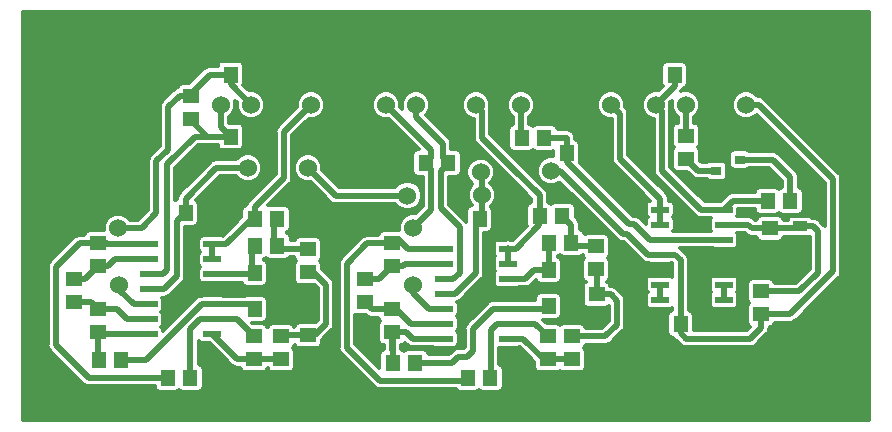
<source format=gbr>
G04 #@! TF.GenerationSoftware,KiCad,Pcbnew,(5.0.0-rc2-dev-586-g888c43477)*
G04 #@! TF.CreationDate,2018-06-04T01:03:36-03:00*
G04 #@! TF.ProjectId,Signal,5369676E616C2E6B696361645F706362,rev?*
G04 #@! TF.SameCoordinates,Original*
G04 #@! TF.FileFunction,Copper,L2,Bot,Signal*
G04 #@! TF.FilePolarity,Positive*
%FSLAX46Y46*%
G04 Gerber Fmt 4.6, Leading zero omitted, Abs format (unit mm)*
G04 Created by KiCad (PCBNEW (5.0.0-rc2-dev-586-g888c43477)) date 06/04/18 01:03:36*
%MOMM*%
%LPD*%
G01*
G04 APERTURE LIST*
%ADD10R,1.295000X1.400000*%
%ADD11R,0.900000X0.800000*%
%ADD12C,1.524000*%
%ADD13R,1.400000X1.295000*%
%ADD14R,1.200000X0.900000*%
%ADD15R,1.500000X0.600000*%
%ADD16C,0.508000*%
%ADD17C,0.304800*%
G04 APERTURE END LIST*
D10*
X32463500Y-23000000D03*
X30528500Y-23000000D03*
D11*
X73644000Y-24958000D03*
X73644000Y-26858000D03*
X71644000Y-25908000D03*
D12*
X71628000Y-20320000D03*
X69088000Y-20320000D03*
X66548000Y-20320000D03*
X62738000Y-20320000D03*
X60198000Y-20320000D03*
X57658000Y-20320000D03*
X55118000Y-20320000D03*
X51308000Y-20320000D03*
X48768000Y-20320000D03*
X46228000Y-20320000D03*
X43688000Y-20320000D03*
X41148000Y-20320000D03*
X37338000Y-20320000D03*
X34798000Y-20320000D03*
X32258000Y-20320000D03*
X29718000Y-20320000D03*
X74168000Y-20320000D03*
D10*
X46179500Y-42164000D03*
X44244500Y-42164000D03*
X32560500Y-34544000D03*
X34495500Y-34544000D03*
D13*
X37084000Y-37894500D03*
X37084000Y-39829500D03*
D10*
X32560500Y-29972000D03*
X34495500Y-29972000D03*
X28653500Y-29464000D03*
X26718500Y-29464000D03*
D13*
X76200000Y-32717500D03*
X76200000Y-30782500D03*
D10*
X68628500Y-38862000D03*
X70563500Y-38862000D03*
X51610500Y-29972000D03*
X53545500Y-29972000D03*
X58625500Y-29718000D03*
X56690500Y-29718000D03*
D13*
X61516500Y-36370500D03*
X61516500Y-38305500D03*
D10*
X59387500Y-34290000D03*
X57452500Y-34290000D03*
D14*
X78740000Y-30608000D03*
X78740000Y-33908000D03*
D13*
X41910000Y-37035500D03*
X41910000Y-35100500D03*
X59436000Y-41861500D03*
X59436000Y-39926500D03*
X44196000Y-33987500D03*
X44196000Y-32052500D03*
X75438000Y-36116500D03*
X75438000Y-38051500D03*
D10*
X68120500Y-17780000D03*
X70055500Y-17780000D03*
X75994500Y-28448000D03*
X77929500Y-28448000D03*
D13*
X69088000Y-24892000D03*
X69088000Y-22957000D03*
D10*
X50594500Y-43434000D03*
X52529500Y-43434000D03*
D13*
X57404000Y-41861500D03*
X57404000Y-39926500D03*
D10*
X48967500Y-25250000D03*
X47032500Y-25250000D03*
X19352500Y-41910000D03*
X21287500Y-41910000D03*
D13*
X19304000Y-39575500D03*
X19304000Y-37640500D03*
X61468000Y-32306500D03*
X61468000Y-34241500D03*
D10*
X32560500Y-32258000D03*
X34495500Y-32258000D03*
D13*
X37084000Y-34495500D03*
X37084000Y-32560500D03*
X34798000Y-39926500D03*
X34798000Y-41861500D03*
X19304000Y-33987500D03*
X19304000Y-32052500D03*
X32512000Y-41861500D03*
X32512000Y-39926500D03*
D10*
X25194500Y-43434000D03*
X27129500Y-43434000D03*
X57452500Y-37338000D03*
X59387500Y-37338000D03*
D13*
X44196000Y-37640500D03*
X44196000Y-39575500D03*
X17272000Y-37035500D03*
X17272000Y-35100500D03*
D10*
X59387500Y-32004000D03*
X57452500Y-32004000D03*
X34495500Y-37592000D03*
X32560500Y-37592000D03*
D13*
X27178000Y-19606500D03*
X27178000Y-21541500D03*
D15*
X48608000Y-40132000D03*
X48608000Y-38862000D03*
X48608000Y-37592000D03*
X48608000Y-36322000D03*
X48608000Y-35052000D03*
X48608000Y-33782000D03*
X48608000Y-32512000D03*
X54008000Y-32512000D03*
X54008000Y-33782000D03*
X54008000Y-35052000D03*
X54008000Y-36322000D03*
X54008000Y-37592000D03*
X54008000Y-38862000D03*
X54008000Y-40132000D03*
D10*
X30528500Y-17750000D03*
X32463500Y-17750000D03*
X58976500Y-24384000D03*
X60911500Y-24384000D03*
X57101500Y-23114000D03*
X55166500Y-23114000D03*
D15*
X28989000Y-39751000D03*
X28989000Y-38481000D03*
X28989000Y-37211000D03*
X28989000Y-35941000D03*
X28989000Y-34671000D03*
X28989000Y-33401000D03*
X28989000Y-32131000D03*
X23589000Y-32131000D03*
X23589000Y-33401000D03*
X23589000Y-34671000D03*
X23589000Y-35941000D03*
X23589000Y-37211000D03*
X23589000Y-38481000D03*
X23589000Y-39751000D03*
X66896000Y-36830000D03*
X66896000Y-35560000D03*
X66896000Y-34290000D03*
X66896000Y-33020000D03*
X66896000Y-31750000D03*
X66896000Y-30480000D03*
X66896000Y-29210000D03*
X72296000Y-29210000D03*
X72296000Y-30480000D03*
X72296000Y-31750000D03*
X72296000Y-33020000D03*
X72296000Y-34290000D03*
X72296000Y-35560000D03*
X72296000Y-36830000D03*
D12*
X72898000Y-41441601D03*
X72898000Y-38800001D03*
X64262000Y-28448000D03*
X64262000Y-33274000D03*
X42081947Y-40722053D03*
X39878000Y-42925992D03*
X75692000Y-26416000D03*
X75946000Y-23368000D03*
X51816000Y-27940000D03*
X57658000Y-25908000D03*
X32004000Y-25654000D03*
X37084002Y-25654000D03*
X51704309Y-26019705D03*
X45500010Y-28000000D03*
X21082000Y-35560000D03*
X21000000Y-30750000D03*
X45974014Y-30734000D03*
X45974000Y-35560000D03*
D16*
X70104000Y-25908000D02*
X69088000Y-24892000D01*
X71644000Y-25908000D02*
X70104000Y-25908000D01*
X53086000Y-36322000D02*
X54008000Y-36322000D01*
X52578000Y-35814000D02*
X53086000Y-36322000D01*
X52578000Y-31496000D02*
X52578000Y-35814000D01*
X53545500Y-29972000D02*
X53545500Y-30528500D01*
X53545500Y-30528500D02*
X52578000Y-31496000D01*
X48465500Y-20622500D02*
X48768000Y-20320000D01*
X55860486Y-35814000D02*
X59387500Y-35814000D01*
X55352486Y-36322000D02*
X55860486Y-35814000D01*
X54008000Y-36322000D02*
X55352486Y-36322000D01*
X59387500Y-35052000D02*
X59387500Y-35814000D01*
X59387500Y-35814000D02*
X59387500Y-37338000D01*
X60355000Y-38305500D02*
X61516500Y-38305500D01*
X59387500Y-37338000D02*
X60355000Y-38305500D01*
X59387500Y-35052000D02*
X59387500Y-34290000D01*
X33544500Y-35941000D02*
X34241500Y-35244000D01*
X28989000Y-35941000D02*
X28203158Y-35941000D01*
X27178000Y-34915842D02*
X27178000Y-31750000D01*
X28936000Y-29992000D02*
X28936000Y-29464000D01*
X28203158Y-35941000D02*
X27178000Y-34915842D01*
X27178000Y-31750000D02*
X28936000Y-29992000D01*
X33417500Y-36068000D02*
X33544500Y-35941000D01*
X28989000Y-35941000D02*
X29116000Y-36068000D01*
X29116000Y-36068000D02*
X33417500Y-36068000D01*
X34495500Y-37035500D02*
X34495500Y-37846000D01*
X33544500Y-35941000D02*
X33544500Y-36084500D01*
X33544500Y-36084500D02*
X34495500Y-37035500D01*
X34495500Y-37846000D02*
X37035500Y-37846000D01*
X37035500Y-37846000D02*
X37084000Y-37894500D01*
X38608000Y-17780000D02*
X38608000Y-17780000D01*
X46228000Y-17780000D02*
X46228000Y-17780000D01*
X71846000Y-33020000D02*
X72296000Y-33020000D01*
X71038000Y-33020000D02*
X72296000Y-33020000D01*
X70563500Y-33494500D02*
X71038000Y-33020000D01*
X70563500Y-38862000D02*
X70563500Y-33494500D01*
X77644500Y-33908000D02*
X76454000Y-32717500D01*
X78740000Y-33908000D02*
X77644500Y-33908000D01*
X74373500Y-33020000D02*
X72296000Y-33020000D01*
X76454000Y-32717500D02*
X76151500Y-33020000D01*
X74992000Y-32717500D02*
X76200000Y-32717500D01*
X74373500Y-33020000D02*
X74676000Y-32717500D01*
X74676000Y-32717500D02*
X74992000Y-32717500D01*
X71628000Y-19558000D02*
X71628000Y-20320000D01*
X70055500Y-17780000D02*
X70055500Y-17985500D01*
X70055500Y-17985500D02*
X71628000Y-19558000D01*
X66896000Y-34290000D02*
X65638000Y-34290000D01*
X65638000Y-34290000D02*
X65587199Y-34340801D01*
X70625499Y-38800001D02*
X70563500Y-38862000D01*
X72898000Y-38800001D02*
X70625499Y-38800001D01*
X72296000Y-34290000D02*
X72296000Y-33020000D01*
X48514000Y-20574000D02*
X48768000Y-20320000D01*
X48514000Y-20707486D02*
X48514000Y-20574000D01*
X67857601Y-41441601D02*
X72898000Y-41441601D01*
X64516000Y-38100000D02*
X67857601Y-41441601D01*
X65587199Y-34340801D02*
X64516000Y-35412000D01*
X64516000Y-35412000D02*
X64516000Y-38100000D01*
X65023999Y-34035999D02*
X64262000Y-33274000D01*
X65587199Y-34340801D02*
X65328801Y-34340801D01*
X65328801Y-34340801D02*
X65023999Y-34035999D01*
X60198000Y-20320000D02*
X57658000Y-20320000D01*
X48768000Y-20320000D02*
X49529999Y-21081999D01*
X32463500Y-23000000D02*
X34000000Y-23000000D01*
X34798000Y-18034000D02*
X35052000Y-17780000D01*
X34798000Y-20320000D02*
X34798000Y-18034000D01*
X38608000Y-17780000D02*
X41148000Y-20320000D01*
X46228000Y-17780000D02*
X48768000Y-20320000D01*
X60960000Y-24432500D02*
X60911500Y-24384000D01*
X64262000Y-28448000D02*
X60960000Y-25146000D01*
X60960000Y-25146000D02*
X60960000Y-24432500D01*
X34036000Y-21082000D02*
X34798000Y-20320000D01*
X34000000Y-23000000D02*
X34036000Y-22964000D01*
X34036000Y-22964000D02*
X34036000Y-21082000D01*
X34036000Y-23036000D02*
X34000000Y-23000000D01*
X34036000Y-26338786D02*
X34036000Y-23036000D01*
X28653500Y-29464000D02*
X30910786Y-29464000D01*
X30910786Y-29464000D02*
X34036000Y-26338786D01*
X35052000Y-17780000D02*
X38608000Y-17780000D01*
X32493500Y-17780000D02*
X35052000Y-17780000D01*
X32463500Y-17750000D02*
X32493500Y-17780000D01*
X38608000Y-17780000D02*
X46228000Y-17780000D01*
X70055500Y-17055500D02*
X70055500Y-17780000D01*
X69250000Y-16250000D02*
X70055500Y-17055500D01*
X66000000Y-16250000D02*
X69250000Y-16250000D01*
X64470000Y-17780000D02*
X66000000Y-16250000D01*
X57658000Y-17780000D02*
X57912000Y-17780000D01*
X56896000Y-17780000D02*
X58420000Y-17780000D01*
X58420000Y-17780000D02*
X64470000Y-17780000D01*
X57912000Y-17780000D02*
X58420000Y-17780000D01*
X46228000Y-17780000D02*
X56896000Y-17780000D01*
X57658000Y-17780000D02*
X57150000Y-17780000D01*
X60198000Y-20320000D02*
X57658000Y-17780000D01*
X56896000Y-17780000D02*
X57150000Y-17780000D01*
X57150000Y-17780000D02*
X57598000Y-17780000D01*
X53545500Y-28764000D02*
X53545500Y-29972000D01*
X53545500Y-25992988D02*
X53545500Y-28764000D01*
X50412514Y-22860000D02*
X53545500Y-25992988D01*
X48768000Y-20320000D02*
X50412514Y-21964514D01*
X50412514Y-21964514D02*
X50412514Y-22860000D01*
X60911500Y-21033500D02*
X60198000Y-20320000D01*
X60911500Y-24384000D02*
X60911500Y-21033500D01*
X73644000Y-26858000D02*
X75250000Y-26858000D01*
X75250000Y-26858000D02*
X75692000Y-26416000D01*
X74676000Y-23368000D02*
X74868370Y-23368000D01*
X71628000Y-20320000D02*
X74676000Y-23368000D01*
X74868370Y-23368000D02*
X75946000Y-23368000D01*
X77929500Y-26444712D02*
X76442788Y-24958000D01*
X74602000Y-24958000D02*
X73644000Y-24958000D01*
X77929500Y-28448000D02*
X77929500Y-26444712D01*
X76442788Y-24958000D02*
X74602000Y-24958000D01*
X20114500Y-33987500D02*
X19304000Y-33987500D01*
X23589000Y-33401000D02*
X20701000Y-33401000D01*
X20701000Y-33401000D02*
X20114500Y-33987500D01*
X18191000Y-35100500D02*
X19304000Y-33987500D01*
X17272000Y-35100500D02*
X18191000Y-35100500D01*
X17733000Y-32051000D02*
X15748000Y-34036000D01*
X20066000Y-32051000D02*
X17733000Y-32051000D01*
X15748000Y-34036000D02*
X15748000Y-40658842D01*
X15748000Y-40658842D02*
X18523158Y-43434000D01*
X18523158Y-43434000D02*
X23950000Y-43434000D01*
X23950000Y-43434000D02*
X24940500Y-43434000D01*
X20019000Y-32131000D02*
X22331000Y-32131000D01*
X22331000Y-32131000D02*
X23589000Y-32131000D01*
X19939000Y-32051000D02*
X20019000Y-32131000D01*
X18699000Y-37035500D02*
X19304000Y-37640500D01*
X17272000Y-37035500D02*
X18699000Y-37035500D01*
X20876500Y-37640500D02*
X19304000Y-37640500D01*
X23589000Y-38481000D02*
X21717000Y-38481000D01*
X21717000Y-38481000D02*
X20876500Y-37640500D01*
X78565500Y-30782500D02*
X78740000Y-30608000D01*
X76454000Y-30782500D02*
X78565500Y-30782500D01*
X74373500Y-30480000D02*
X72296000Y-30480000D01*
X76454000Y-30782500D02*
X76151500Y-30480000D01*
X74676000Y-30782500D02*
X76200000Y-30782500D01*
X74373500Y-30480000D02*
X74676000Y-30782500D01*
X79848000Y-30608000D02*
X80264000Y-31024000D01*
X78740000Y-30608000D02*
X79848000Y-30608000D01*
X80264000Y-31024000D02*
X80264000Y-34544000D01*
X78691500Y-36116500D02*
X75438000Y-36116500D01*
X80264000Y-34544000D02*
X78691500Y-36116500D01*
X27946488Y-38481000D02*
X28989000Y-38481000D01*
X27129500Y-39297988D02*
X27946488Y-38481000D01*
X27129500Y-43434000D02*
X27129500Y-39297988D01*
X29845000Y-38481000D02*
X28989000Y-38481000D01*
X28989000Y-38481000D02*
X31066500Y-38481000D01*
X31066500Y-38481000D02*
X32512000Y-39926500D01*
X28989000Y-39751000D02*
X29439000Y-39751000D01*
X31099500Y-41861500D02*
X32512000Y-41861500D01*
X28989000Y-39751000D02*
X31099500Y-41861500D01*
X34798000Y-41861500D02*
X32512000Y-41861500D01*
X34895000Y-39829500D02*
X34798000Y-39926500D01*
X37084000Y-39829500D02*
X34895000Y-39829500D01*
X37543500Y-34495500D02*
X37084000Y-34495500D01*
X38608000Y-35560000D02*
X37543500Y-34495500D01*
X38608000Y-38862000D02*
X38608000Y-35560000D01*
X37084000Y-39829500D02*
X37640500Y-39829500D01*
X37640500Y-39829500D02*
X38608000Y-38862000D01*
X34241500Y-29972000D02*
X34241500Y-32258000D01*
X36527500Y-32512000D02*
X36576000Y-32560500D01*
X34241500Y-32258000D02*
X34495500Y-32512000D01*
X34495500Y-32512000D02*
X36527500Y-32512000D01*
X23589000Y-39751000D02*
X20066000Y-39751000D01*
X19304000Y-41861500D02*
X19352500Y-41910000D01*
X19304000Y-39321500D02*
X19304000Y-41861500D01*
X19479500Y-39751000D02*
X20066000Y-39751000D01*
X19304000Y-39575500D02*
X19479500Y-39751000D01*
X61516500Y-34290000D02*
X61468000Y-34241500D01*
X61516500Y-36370500D02*
X61516500Y-34290000D01*
X62248842Y-39926500D02*
X63246000Y-38929342D01*
X59436000Y-39926500D02*
X62248842Y-39926500D01*
X62724500Y-36370500D02*
X61516500Y-36370500D01*
X63246000Y-38929342D02*
X63246000Y-36892000D01*
X63246000Y-36892000D02*
X62724500Y-36370500D01*
X59690000Y-32306500D02*
X59387500Y-32004000D01*
X61468000Y-32306500D02*
X59690000Y-32306500D01*
X59387500Y-30480000D02*
X58625500Y-29718000D01*
X59387500Y-32004000D02*
X59387500Y-30480000D01*
X54008000Y-35052000D02*
X55473000Y-35052000D01*
X56235000Y-34290000D02*
X55727000Y-34798000D01*
X57452500Y-34290000D02*
X56235000Y-34290000D01*
X55473000Y-35052000D02*
X55727000Y-34798000D01*
X57452500Y-32258000D02*
X57452500Y-34290000D01*
X28989000Y-34671000D02*
X29770158Y-34671000D01*
X32306500Y-32258000D02*
X32306500Y-34544000D01*
X32306500Y-34495500D02*
X32306500Y-34036000D01*
X28989000Y-34671000D02*
X32131000Y-34671000D01*
X32131000Y-34671000D02*
X32306500Y-34495500D01*
X51308000Y-30274500D02*
X51610500Y-29972000D01*
X51308000Y-34544000D02*
X51308000Y-30274500D01*
X48608000Y-36322000D02*
X49530000Y-36322000D01*
X49530000Y-36322000D02*
X51308000Y-34544000D01*
X51816000Y-29766500D02*
X51610500Y-29972000D01*
X51816000Y-27940000D02*
X51816000Y-29766500D01*
X68628500Y-37654000D02*
X68628500Y-38862000D01*
X68628500Y-33494500D02*
X68628500Y-37654000D01*
X66896000Y-33020000D02*
X68154000Y-33020000D01*
X68154000Y-33020000D02*
X68628500Y-33494500D01*
X68628500Y-39672500D02*
X68628500Y-38862000D01*
X69088000Y-40132000D02*
X68628500Y-39672500D01*
X69099199Y-40120801D02*
X69088000Y-40132000D01*
X74524199Y-40120801D02*
X73152000Y-40120801D01*
X75438000Y-39207000D02*
X74524199Y-40120801D01*
X75438000Y-38051500D02*
X75438000Y-39207000D01*
X73152000Y-40120801D02*
X69099199Y-40120801D01*
X30926370Y-25654000D02*
X32004000Y-25654000D01*
X26718500Y-28256000D02*
X29320500Y-25654000D01*
X29320500Y-25654000D02*
X30926370Y-25654000D01*
X26718500Y-29464000D02*
X26718500Y-28256000D01*
X25958811Y-30175189D02*
X26436000Y-29698000D01*
X25958811Y-34829189D02*
X25958811Y-30175189D01*
X23589000Y-35941000D02*
X24847000Y-35941000D01*
X24847000Y-35941000D02*
X25958811Y-34829189D01*
X51816000Y-26131396D02*
X51704309Y-26019705D01*
X51816000Y-27940000D02*
X51816000Y-26131396D01*
X58420000Y-25908000D02*
X57658000Y-25908000D01*
X64128512Y-31242000D02*
X63754000Y-31242000D01*
X63754000Y-31242000D02*
X58420000Y-25908000D01*
X66896000Y-33020000D02*
X65906512Y-33020000D01*
X65906512Y-33020000D02*
X64128512Y-31242000D01*
X74320000Y-20320000D02*
X74168000Y-20320000D01*
X37084002Y-25654000D02*
X39430002Y-28000000D01*
X39430002Y-28000000D02*
X44422380Y-28000000D01*
X44422380Y-28000000D02*
X45500010Y-28000000D01*
X76646000Y-38051500D02*
X75438000Y-38051500D01*
X81534000Y-34423486D02*
X77905986Y-38051500D01*
X77905986Y-38051500D02*
X76646000Y-38051500D01*
X75245630Y-20320000D02*
X81534000Y-26608370D01*
X74168000Y-20320000D02*
X75245630Y-20320000D01*
X81534000Y-26608370D02*
X81534000Y-34423486D01*
X72296000Y-36830000D02*
X72296000Y-35560000D01*
X42515000Y-37640500D02*
X41910000Y-37035500D01*
X43942000Y-37640500D02*
X42515000Y-37640500D01*
X48608000Y-38862000D02*
X45800000Y-38862000D01*
X45800000Y-38862000D02*
X44450000Y-37512000D01*
X45292000Y-33782000D02*
X48608000Y-33782000D01*
X43083000Y-35100500D02*
X44196000Y-33987500D01*
X41910000Y-35100500D02*
X43083000Y-35100500D01*
X45086500Y-33987500D02*
X45292000Y-33782000D01*
X44196000Y-33987500D02*
X45086500Y-33987500D01*
X45546000Y-32512000D02*
X44704000Y-31670000D01*
X48608000Y-32512000D02*
X45546000Y-32512000D01*
X50594500Y-43688000D02*
X50848500Y-43434000D01*
X43180000Y-43688000D02*
X50594500Y-43688000D01*
X40386000Y-40894000D02*
X43180000Y-43688000D01*
X40386000Y-33782000D02*
X40386000Y-40894000D01*
X44196000Y-32052500D02*
X42115500Y-32052500D01*
X42115500Y-32052500D02*
X40386000Y-33782000D01*
X56339500Y-38862000D02*
X57404000Y-39926500D01*
X54008000Y-38862000D02*
X56339500Y-38862000D01*
X54008000Y-38862000D02*
X53086000Y-38862000D01*
X52578000Y-39370000D02*
X52578000Y-42926000D01*
X53086000Y-38862000D02*
X52578000Y-39370000D01*
X57021500Y-41861500D02*
X58420000Y-41861500D01*
X54008000Y-40132000D02*
X55292000Y-40132000D01*
X55292000Y-40132000D02*
X57021500Y-41861500D01*
X58420000Y-41861500D02*
X59436000Y-41861500D01*
X44196000Y-39575500D02*
X44196000Y-39829500D01*
X45960500Y-40132000D02*
X47498000Y-40132000D01*
X45404000Y-39575500D02*
X45960500Y-40132000D01*
X44196000Y-39575500D02*
X45404000Y-39575500D01*
X47354500Y-40132000D02*
X47498000Y-40132000D01*
X47498000Y-40132000D02*
X48608000Y-40132000D01*
X44196000Y-39575500D02*
X44196000Y-41099500D01*
X44244500Y-39624000D02*
X44196000Y-39575500D01*
X44244500Y-42164000D02*
X44244500Y-39624000D01*
X57198500Y-37592000D02*
X57452500Y-37338000D01*
X54008000Y-37592000D02*
X57198500Y-37592000D01*
X53086000Y-37592000D02*
X54008000Y-37592000D01*
X52750000Y-37592000D02*
X54008000Y-37592000D01*
X46179500Y-42164000D02*
X49276000Y-42164000D01*
X49276000Y-42164000D02*
X49784000Y-41656000D01*
X49784000Y-41656000D02*
X50546000Y-41656000D01*
X50546000Y-41656000D02*
X51054000Y-41148000D01*
X51054000Y-41148000D02*
X51054000Y-39288000D01*
X51054000Y-39288000D02*
X52750000Y-37592000D01*
X28067002Y-37211000D02*
X28989000Y-37211000D01*
X21287500Y-41910000D02*
X23368002Y-41910000D01*
X23368002Y-41910000D02*
X28067002Y-37211000D01*
X32433500Y-37211000D02*
X32560500Y-37338000D01*
X28989000Y-37211000D02*
X32433500Y-37211000D01*
X66896000Y-36830000D02*
X66896000Y-35560000D01*
X23589000Y-37211000D02*
X22331000Y-37211000D01*
X22331000Y-37211000D02*
X21082000Y-35962000D01*
X21082000Y-35962000D02*
X21082000Y-35560000D01*
X28782500Y-17750000D02*
X27000000Y-19532500D01*
X25250000Y-24100514D02*
X24250000Y-25100514D01*
X25250000Y-20500000D02*
X25250000Y-24100514D01*
X27000000Y-19532500D02*
X26217500Y-19532500D01*
X26217500Y-19532500D02*
X25250000Y-20500000D01*
X24250000Y-25100514D02*
X24250000Y-29500000D01*
X23000000Y-30750000D02*
X21000000Y-30750000D01*
X24250000Y-29500000D02*
X23000000Y-30750000D01*
X30528500Y-17750000D02*
X28782500Y-17750000D01*
X30528500Y-18590500D02*
X32258000Y-20320000D01*
X30528500Y-17750000D02*
X30528500Y-18590500D01*
X73058000Y-28448000D02*
X72296000Y-29210000D01*
X74216500Y-28448000D02*
X73058000Y-28448000D01*
X74216500Y-28448000D02*
X75994500Y-28448000D01*
X68120500Y-18747500D02*
X66548000Y-20320000D01*
X68120500Y-17780000D02*
X68120500Y-18747500D01*
X67056000Y-20828000D02*
X66548000Y-20320000D01*
X67056000Y-25908000D02*
X67056000Y-20828000D01*
X72296000Y-29210000D02*
X70358000Y-29210000D01*
X70358000Y-29210000D02*
X67056000Y-25908000D01*
X69088000Y-20320000D02*
X69088000Y-22957000D01*
X46308000Y-20400000D02*
X46228000Y-20320000D01*
X46005500Y-20542500D02*
X46228000Y-20320000D01*
X46228000Y-20320000D02*
X45925500Y-20622500D01*
X48312810Y-25904690D02*
X48967500Y-25250000D01*
X48312810Y-29062810D02*
X48312810Y-25904690D01*
X49916801Y-30666801D02*
X48312810Y-29062810D01*
X49916801Y-34529041D02*
X49916801Y-30666801D01*
X48608000Y-35052000D02*
X49393842Y-35052000D01*
X49393842Y-35052000D02*
X49916801Y-34529041D01*
X48967500Y-25250000D02*
X48500000Y-24782500D01*
X46228000Y-21336000D02*
X46228000Y-20320000D01*
X48514000Y-23622000D02*
X46228000Y-21336000D01*
X48967500Y-25250000D02*
X48514000Y-24796500D01*
X48514000Y-24796500D02*
X48514000Y-23622000D01*
X43608000Y-20400000D02*
X43688000Y-20320000D01*
X48608000Y-37592000D02*
X47350000Y-37592000D01*
X47350000Y-37592000D02*
X45974000Y-36216000D01*
X45974000Y-36216000D02*
X45974000Y-35560000D01*
X47500000Y-25717500D02*
X47032500Y-25250000D01*
X45974014Y-30734000D02*
X47500000Y-29208014D01*
X47500000Y-29208014D02*
X47500000Y-25717500D01*
X44070000Y-20320000D02*
X43688000Y-20320000D01*
X47032500Y-25250000D02*
X47500000Y-24782500D01*
X44704000Y-21336000D02*
X43688000Y-20320000D01*
X47498000Y-24130000D02*
X44704000Y-21336000D01*
X47032500Y-25250000D02*
X47498000Y-24784500D01*
X47498000Y-24784500D02*
X47498000Y-24130000D01*
X23589000Y-34671000D02*
X24374842Y-34671000D01*
X25146000Y-31750000D02*
X25146000Y-31632158D01*
X23589000Y-34671000D02*
X24765000Y-34671000D01*
X25146000Y-34290000D02*
X25146000Y-31750000D01*
X24765000Y-34671000D02*
X25146000Y-34290000D01*
X28532500Y-23000000D02*
X27000000Y-21467500D01*
X25146000Y-31750000D02*
X25146000Y-25354000D01*
X25146000Y-25354000D02*
X27500000Y-23000000D01*
X30528500Y-23000000D02*
X28532500Y-23000000D01*
X27500000Y-23000000D02*
X28532500Y-23000000D01*
X29718000Y-22189500D02*
X30528500Y-23000000D01*
X29718000Y-20320000D02*
X29718000Y-22189500D01*
X57101500Y-23114000D02*
X58976500Y-23114000D01*
X66000000Y-31750000D02*
X66896000Y-31750000D01*
X64679190Y-30429190D02*
X66000000Y-31750000D01*
X64288404Y-30429190D02*
X64679190Y-30429190D01*
X58976500Y-23114000D02*
X58976500Y-25117286D01*
X58976500Y-25117286D02*
X64288404Y-30429190D01*
X72296000Y-31750000D02*
X66911199Y-31750000D01*
X58976500Y-25117286D02*
X58976500Y-24384000D01*
X55118000Y-20320000D02*
X55118000Y-22860000D01*
X55118000Y-22860000D02*
X55069500Y-22908500D01*
X28989000Y-32131000D02*
X29337000Y-32131000D01*
X28989000Y-32131000D02*
X29511000Y-32131000D01*
X28989000Y-33401000D02*
X28989000Y-32131000D01*
X30147500Y-32131000D02*
X32306500Y-29972000D01*
X28989000Y-32131000D02*
X30147500Y-32131000D01*
X35052000Y-22606000D02*
X37338000Y-20320000D01*
X35052000Y-26472274D02*
X35052000Y-22606000D01*
X32560500Y-29972000D02*
X32560500Y-28963774D01*
X32560500Y-28963774D02*
X35052000Y-26472274D01*
X54008000Y-33782000D02*
X54008000Y-32512000D01*
X54008000Y-32512000D02*
X54008000Y-32400500D01*
X54658500Y-32512000D02*
X54008000Y-32512000D01*
X56642000Y-29561000D02*
X56642000Y-30528500D01*
X56642000Y-30528500D02*
X54658500Y-32512000D01*
X56690500Y-27988500D02*
X56690500Y-29718000D01*
X56690500Y-27988500D02*
X54358308Y-25656308D01*
X54358308Y-25656308D02*
X51816000Y-23114000D01*
X51816000Y-23114000D02*
X51816000Y-22352000D01*
X51816000Y-20828000D02*
X51308000Y-20320000D01*
X51816000Y-22352000D02*
X51816000Y-20828000D01*
X66446000Y-29210000D02*
X66896000Y-29210000D01*
X66896000Y-30480000D02*
X66896000Y-29972000D01*
X66896000Y-29972000D02*
X66896000Y-29210000D01*
X66896000Y-28288000D02*
X66896000Y-29972000D01*
X63500000Y-24892000D02*
X66896000Y-28288000D01*
X62738000Y-20320000D02*
X63500000Y-21082000D01*
X63500000Y-24892000D02*
X63500000Y-22860000D01*
X63500000Y-22860000D02*
X63500000Y-21082000D01*
D17*
G36*
X84582801Y-46990800D02*
X12953200Y-46990800D01*
X12953200Y-34036000D01*
X15022868Y-34036000D01*
X15036800Y-34106041D01*
X15036801Y-40588796D01*
X15022868Y-40658842D01*
X15078065Y-40936338D01*
X15195576Y-41112206D01*
X15195579Y-41112209D01*
X15235255Y-41171588D01*
X15294634Y-41211264D01*
X17970736Y-43887367D01*
X18010412Y-43946746D01*
X18069791Y-43986422D01*
X18069793Y-43986424D01*
X18245660Y-44103935D01*
X18245661Y-44103935D01*
X18245662Y-44103936D01*
X18453112Y-44145200D01*
X18453115Y-44145200D01*
X18523157Y-44159132D01*
X18593199Y-44145200D01*
X24083071Y-44145200D01*
X24116327Y-44312391D01*
X24217377Y-44463623D01*
X24368609Y-44564673D01*
X24547000Y-44600157D01*
X25842000Y-44600157D01*
X26020391Y-44564673D01*
X26162000Y-44470053D01*
X26303609Y-44564673D01*
X26482000Y-44600157D01*
X27777000Y-44600157D01*
X27955391Y-44564673D01*
X28106623Y-44463623D01*
X28207673Y-44312391D01*
X28243157Y-44134000D01*
X28243157Y-42734000D01*
X28207673Y-42555609D01*
X28106623Y-42404377D01*
X27955391Y-42303327D01*
X27840700Y-42280514D01*
X27840700Y-40277841D01*
X27909377Y-40380623D01*
X28060609Y-40481673D01*
X28239000Y-40517157D01*
X28749369Y-40517157D01*
X30547078Y-42314867D01*
X30586754Y-42374246D01*
X30646133Y-42413922D01*
X30646135Y-42413924D01*
X30718721Y-42462424D01*
X30822004Y-42531436D01*
X31029454Y-42572700D01*
X31029458Y-42572700D01*
X31099500Y-42586632D01*
X31169542Y-42572700D01*
X31358514Y-42572700D01*
X31381327Y-42687391D01*
X31482377Y-42838623D01*
X31633609Y-42939673D01*
X31812000Y-42975157D01*
X33212000Y-42975157D01*
X33390391Y-42939673D01*
X33541623Y-42838623D01*
X33642673Y-42687391D01*
X33655000Y-42625419D01*
X33667327Y-42687391D01*
X33768377Y-42838623D01*
X33919609Y-42939673D01*
X34098000Y-42975157D01*
X35498000Y-42975157D01*
X35676391Y-42939673D01*
X35827623Y-42838623D01*
X35928673Y-42687391D01*
X35964157Y-42509000D01*
X35964157Y-41214000D01*
X35928673Y-41035609D01*
X35834053Y-40894000D01*
X35928673Y-40752391D01*
X35950647Y-40641919D01*
X35953327Y-40655391D01*
X36054377Y-40806623D01*
X36205609Y-40907673D01*
X36384000Y-40943157D01*
X37784000Y-40943157D01*
X37962391Y-40907673D01*
X38113623Y-40806623D01*
X38214673Y-40655391D01*
X38250157Y-40477000D01*
X38250157Y-40225631D01*
X39061369Y-39414420D01*
X39120745Y-39374746D01*
X39160420Y-39315369D01*
X39160424Y-39315365D01*
X39270292Y-39150936D01*
X39277936Y-39139496D01*
X39319200Y-38932046D01*
X39319200Y-38932042D01*
X39333132Y-38862000D01*
X39319200Y-38791958D01*
X39319200Y-35630041D01*
X39333132Y-35559999D01*
X39319200Y-35489955D01*
X39319200Y-35489954D01*
X39277936Y-35282504D01*
X39269002Y-35269133D01*
X39160424Y-35106635D01*
X39160422Y-35106633D01*
X39120746Y-35047254D01*
X39061367Y-35007578D01*
X38250157Y-34196369D01*
X38250157Y-33848000D01*
X38237029Y-33782000D01*
X39660868Y-33782000D01*
X39674800Y-33852041D01*
X39674801Y-40823954D01*
X39660868Y-40894000D01*
X39716065Y-41171496D01*
X39833576Y-41347364D01*
X39833579Y-41347367D01*
X39873255Y-41406746D01*
X39932634Y-41446422D01*
X42627578Y-44141367D01*
X42667254Y-44200746D01*
X42726633Y-44240422D01*
X42726635Y-44240424D01*
X42842336Y-44317733D01*
X42902504Y-44357936D01*
X43109954Y-44399200D01*
X43109958Y-44399200D01*
X43180000Y-44413132D01*
X43250042Y-44399200D01*
X49574331Y-44399200D01*
X49617377Y-44463623D01*
X49768609Y-44564673D01*
X49947000Y-44600157D01*
X51242000Y-44600157D01*
X51420391Y-44564673D01*
X51562000Y-44470053D01*
X51703609Y-44564673D01*
X51882000Y-44600157D01*
X53177000Y-44600157D01*
X53355391Y-44564673D01*
X53506623Y-44463623D01*
X53607673Y-44312391D01*
X53643157Y-44134000D01*
X53643157Y-42734000D01*
X53607673Y-42555609D01*
X53506623Y-42404377D01*
X53355391Y-42303327D01*
X53289200Y-42290161D01*
X53289200Y-40898157D01*
X54758000Y-40898157D01*
X54936391Y-40862673D01*
X54965534Y-40843200D01*
X54997412Y-40843200D01*
X56237843Y-42083632D01*
X56237843Y-42509000D01*
X56273327Y-42687391D01*
X56374377Y-42838623D01*
X56525609Y-42939673D01*
X56704000Y-42975157D01*
X58104000Y-42975157D01*
X58282391Y-42939673D01*
X58420000Y-42847726D01*
X58557609Y-42939673D01*
X58736000Y-42975157D01*
X60136000Y-42975157D01*
X60314391Y-42939673D01*
X60465623Y-42838623D01*
X60566673Y-42687391D01*
X60602157Y-42509000D01*
X60602157Y-41214000D01*
X60566673Y-41035609D01*
X60472053Y-40894000D01*
X60566673Y-40752391D01*
X60589486Y-40637700D01*
X62178801Y-40637700D01*
X62248842Y-40651632D01*
X62318883Y-40637700D01*
X62318888Y-40637700D01*
X62526338Y-40596436D01*
X62761588Y-40439246D01*
X62801266Y-40379864D01*
X63699369Y-39481762D01*
X63758745Y-39442088D01*
X63798420Y-39382711D01*
X63798424Y-39382707D01*
X63915935Y-39206840D01*
X63915935Y-39206839D01*
X63915936Y-39206838D01*
X63957200Y-38999388D01*
X63957200Y-38999385D01*
X63971132Y-38929343D01*
X63957200Y-38859301D01*
X63957200Y-36962041D01*
X63971132Y-36891999D01*
X63957200Y-36821957D01*
X63957200Y-36821954D01*
X63915936Y-36614504D01*
X63913552Y-36610936D01*
X63798424Y-36438635D01*
X63798422Y-36438633D01*
X63758746Y-36379254D01*
X63699366Y-36339578D01*
X63276924Y-35917136D01*
X63237246Y-35857754D01*
X63001996Y-35700564D01*
X62794546Y-35659300D01*
X62794541Y-35659300D01*
X62724500Y-35645368D01*
X62669395Y-35656329D01*
X62647173Y-35544609D01*
X62546123Y-35393377D01*
X62394891Y-35292327D01*
X62389055Y-35291166D01*
X62497623Y-35218623D01*
X62598673Y-35067391D01*
X62634157Y-34889000D01*
X62634157Y-33594000D01*
X62598673Y-33415609D01*
X62504053Y-33274000D01*
X62598673Y-33132391D01*
X62634157Y-32954000D01*
X62634157Y-31659000D01*
X62598673Y-31480609D01*
X62497623Y-31329377D01*
X62346391Y-31228327D01*
X62168000Y-31192843D01*
X60768000Y-31192843D01*
X60589609Y-31228327D01*
X60498247Y-31289373D01*
X60465673Y-31125609D01*
X60364623Y-30974377D01*
X60213391Y-30873327D01*
X60098700Y-30850514D01*
X60098700Y-30550042D01*
X60112632Y-30480000D01*
X60098700Y-30409958D01*
X60098700Y-30409954D01*
X60057436Y-30202504D01*
X59992381Y-30105143D01*
X59939924Y-30026635D01*
X59939922Y-30026633D01*
X59900246Y-29967254D01*
X59840867Y-29927578D01*
X59739157Y-29825868D01*
X59739157Y-29018000D01*
X59703673Y-28839609D01*
X59602623Y-28688377D01*
X59451391Y-28587327D01*
X59273000Y-28551843D01*
X57978000Y-28551843D01*
X57799609Y-28587327D01*
X57658000Y-28681947D01*
X57516391Y-28587327D01*
X57401700Y-28564514D01*
X57401700Y-28058542D01*
X57415632Y-27988500D01*
X57401700Y-27918458D01*
X57401700Y-27918454D01*
X57360436Y-27711004D01*
X57298335Y-27618064D01*
X57242924Y-27535135D01*
X57242920Y-27535131D01*
X57203245Y-27475754D01*
X57143869Y-27436080D01*
X54910734Y-25202946D01*
X54910732Y-25202943D01*
X52527200Y-22819412D01*
X52527200Y-20898041D01*
X52541132Y-20827999D01*
X52527200Y-20757957D01*
X52527200Y-20757954D01*
X52500937Y-20625919D01*
X52527200Y-20562514D01*
X52527200Y-20077486D01*
X53898800Y-20077486D01*
X53898800Y-20562514D01*
X54084412Y-21010622D01*
X54406800Y-21333010D01*
X54406801Y-21970161D01*
X54340609Y-21983327D01*
X54189377Y-22084377D01*
X54088327Y-22235609D01*
X54052843Y-22414000D01*
X54052843Y-23814000D01*
X54088327Y-23992391D01*
X54189377Y-24143623D01*
X54340609Y-24244673D01*
X54519000Y-24280157D01*
X55814000Y-24280157D01*
X55992391Y-24244673D01*
X56134000Y-24150053D01*
X56275609Y-24244673D01*
X56454000Y-24280157D01*
X57749000Y-24280157D01*
X57862843Y-24257512D01*
X57862843Y-24688800D01*
X57415486Y-24688800D01*
X56967378Y-24874412D01*
X56624412Y-25217378D01*
X56438800Y-25665486D01*
X56438800Y-26150514D01*
X56624412Y-26598622D01*
X56967378Y-26941588D01*
X57415486Y-27127200D01*
X57900514Y-27127200D01*
X58348622Y-26941588D01*
X58398211Y-26891999D01*
X63201578Y-31695367D01*
X63241254Y-31754746D01*
X63300633Y-31794422D01*
X63300635Y-31794424D01*
X63476502Y-31911935D01*
X63476503Y-31911935D01*
X63476504Y-31911936D01*
X63683954Y-31953200D01*
X63683957Y-31953200D01*
X63753999Y-31967132D01*
X63824041Y-31953200D01*
X63833924Y-31953200D01*
X65354090Y-33473367D01*
X65393766Y-33532746D01*
X65453145Y-33572422D01*
X65453147Y-33572424D01*
X65524447Y-33620065D01*
X65629016Y-33689936D01*
X65836466Y-33731200D01*
X65836470Y-33731200D01*
X65906512Y-33745132D01*
X65947203Y-33737038D01*
X65967609Y-33750673D01*
X66146000Y-33786157D01*
X67646000Y-33786157D01*
X67824391Y-33750673D01*
X67853534Y-33731200D01*
X67859412Y-33731200D01*
X67917300Y-33789089D01*
X67917300Y-34891407D01*
X67824391Y-34829327D01*
X67646000Y-34793843D01*
X66146000Y-34793843D01*
X65967609Y-34829327D01*
X65816377Y-34930377D01*
X65715327Y-35081609D01*
X65679843Y-35260000D01*
X65679843Y-35860000D01*
X65715327Y-36038391D01*
X65816377Y-36189623D01*
X65824424Y-36195000D01*
X65816377Y-36200377D01*
X65715327Y-36351609D01*
X65679843Y-36530000D01*
X65679843Y-37130000D01*
X65715327Y-37308391D01*
X65816377Y-37459623D01*
X65967609Y-37560673D01*
X66146000Y-37596157D01*
X67646000Y-37596157D01*
X67824391Y-37560673D01*
X67917301Y-37498593D01*
X67917301Y-37583950D01*
X67917300Y-37583955D01*
X67917300Y-37708514D01*
X67802609Y-37731327D01*
X67651377Y-37832377D01*
X67550327Y-37983609D01*
X67514843Y-38162000D01*
X67514843Y-39562000D01*
X67550327Y-39740391D01*
X67651377Y-39891623D01*
X67802609Y-39992673D01*
X67981000Y-40028157D01*
X68010790Y-40028157D01*
X68076076Y-40125864D01*
X68076078Y-40125866D01*
X68115754Y-40185245D01*
X68175133Y-40224921D01*
X68535578Y-40585367D01*
X68575254Y-40644746D01*
X68634632Y-40684421D01*
X68634635Y-40684424D01*
X68810502Y-40801935D01*
X69087999Y-40857132D01*
X69088000Y-40857132D01*
X69214343Y-40832001D01*
X74454158Y-40832001D01*
X74524199Y-40845933D01*
X74594240Y-40832001D01*
X74594245Y-40832001D01*
X74801695Y-40790737D01*
X75036945Y-40633547D01*
X75076623Y-40574165D01*
X75891367Y-39759422D01*
X75950746Y-39719746D01*
X75990422Y-39660367D01*
X75990424Y-39660365D01*
X76076238Y-39531935D01*
X76107936Y-39484496D01*
X76149200Y-39277046D01*
X76149200Y-39277042D01*
X76163132Y-39207000D01*
X76154169Y-39161941D01*
X76316391Y-39129673D01*
X76467623Y-39028623D01*
X76568673Y-38877391D01*
X76591486Y-38762700D01*
X77835945Y-38762700D01*
X77905986Y-38776632D01*
X77976027Y-38762700D01*
X77976032Y-38762700D01*
X78183482Y-38721436D01*
X78418732Y-38564246D01*
X78458410Y-38504864D01*
X81987367Y-34975908D01*
X82046746Y-34936232D01*
X82086422Y-34876853D01*
X82086424Y-34876851D01*
X82175617Y-34743364D01*
X82203936Y-34700982D01*
X82245200Y-34493532D01*
X82245200Y-34493528D01*
X82259132Y-34423486D01*
X82245200Y-34353444D01*
X82245200Y-26678411D01*
X82259132Y-26608369D01*
X82245200Y-26538325D01*
X82245200Y-26538324D01*
X82203936Y-26330874D01*
X82188652Y-26308000D01*
X82086424Y-26155005D01*
X82086420Y-26155001D01*
X82046745Y-26095624D01*
X81987369Y-26055950D01*
X75798053Y-19866635D01*
X75758376Y-19807254D01*
X75523126Y-19650064D01*
X75315676Y-19608800D01*
X75315671Y-19608800D01*
X75245630Y-19594868D01*
X75180111Y-19607901D01*
X74858622Y-19286412D01*
X74410514Y-19100800D01*
X73925486Y-19100800D01*
X73477378Y-19286412D01*
X73134412Y-19629378D01*
X72948800Y-20077486D01*
X72948800Y-20562514D01*
X73134412Y-21010622D01*
X73477378Y-21353588D01*
X73925486Y-21539200D01*
X74410514Y-21539200D01*
X74858622Y-21353588D01*
X75066026Y-21146184D01*
X80822800Y-26902959D01*
X80822801Y-30580179D01*
X80816424Y-30570636D01*
X80816422Y-30570634D01*
X80776745Y-30511254D01*
X80717366Y-30471578D01*
X80400424Y-30154636D01*
X80360746Y-30095254D01*
X80125496Y-29938064D01*
X79918046Y-29896800D01*
X79918041Y-29896800D01*
X79848000Y-29882868D01*
X79777959Y-29896800D01*
X79715342Y-29896800D01*
X79669623Y-29828377D01*
X79518391Y-29727327D01*
X79340000Y-29691843D01*
X78140000Y-29691843D01*
X77961609Y-29727327D01*
X77810377Y-29828377D01*
X77709327Y-29979609D01*
X77691089Y-30071300D01*
X77353486Y-30071300D01*
X77330673Y-29956609D01*
X77229623Y-29805377D01*
X77078391Y-29704327D01*
X76900000Y-29668843D01*
X75500000Y-29668843D01*
X75321609Y-29704327D01*
X75170377Y-29805377D01*
X75069327Y-29956609D01*
X75046514Y-30071300D01*
X74970588Y-30071300D01*
X74925923Y-30026635D01*
X74886246Y-29967254D01*
X74650996Y-29810064D01*
X74443546Y-29768800D01*
X74443541Y-29768800D01*
X74373500Y-29754868D01*
X74303459Y-29768800D01*
X73422945Y-29768800D01*
X73476673Y-29688391D01*
X73512157Y-29510000D01*
X73512157Y-29159200D01*
X74883071Y-29159200D01*
X74916327Y-29326391D01*
X75017377Y-29477623D01*
X75168609Y-29578673D01*
X75347000Y-29614157D01*
X76642000Y-29614157D01*
X76820391Y-29578673D01*
X76962000Y-29484053D01*
X77103609Y-29578673D01*
X77282000Y-29614157D01*
X78577000Y-29614157D01*
X78755391Y-29578673D01*
X78906623Y-29477623D01*
X79007673Y-29326391D01*
X79043157Y-29148000D01*
X79043157Y-27748000D01*
X79007673Y-27569609D01*
X78906623Y-27418377D01*
X78755391Y-27317327D01*
X78640700Y-27294514D01*
X78640700Y-26514753D01*
X78654632Y-26444711D01*
X78640700Y-26374669D01*
X78640700Y-26374666D01*
X78599436Y-26167216D01*
X78573494Y-26128391D01*
X78481924Y-25991347D01*
X78481922Y-25991345D01*
X78442246Y-25931966D01*
X78382867Y-25892290D01*
X76995212Y-24504636D01*
X76955534Y-24445254D01*
X76720284Y-24288064D01*
X76512834Y-24246800D01*
X76512829Y-24246800D01*
X76442788Y-24232868D01*
X76372747Y-24246800D01*
X74435933Y-24246800D01*
X74423623Y-24228377D01*
X74272391Y-24127327D01*
X74094000Y-24091843D01*
X73194000Y-24091843D01*
X73015609Y-24127327D01*
X72864377Y-24228377D01*
X72763327Y-24379609D01*
X72727843Y-24558000D01*
X72727843Y-25358000D01*
X72763327Y-25536391D01*
X72864377Y-25687623D01*
X73015609Y-25788673D01*
X73194000Y-25824157D01*
X74094000Y-25824157D01*
X74272391Y-25788673D01*
X74423623Y-25687623D01*
X74435933Y-25669200D01*
X76148200Y-25669200D01*
X77218301Y-26739302D01*
X77218301Y-27294514D01*
X77103609Y-27317327D01*
X76962000Y-27411947D01*
X76820391Y-27317327D01*
X76642000Y-27281843D01*
X75347000Y-27281843D01*
X75168609Y-27317327D01*
X75017377Y-27418377D01*
X74916327Y-27569609D01*
X74883071Y-27736800D01*
X73128042Y-27736800D01*
X73058000Y-27722868D01*
X72987958Y-27736800D01*
X72987954Y-27736800D01*
X72780504Y-27778064D01*
X72780502Y-27778065D01*
X72780503Y-27778065D01*
X72604635Y-27895576D01*
X72604633Y-27895578D01*
X72545254Y-27935254D01*
X72505578Y-27994633D01*
X72056369Y-28443843D01*
X71546000Y-28443843D01*
X71367609Y-28479327D01*
X71338466Y-28498800D01*
X70652589Y-28498800D01*
X67767200Y-25613412D01*
X67767200Y-20898041D01*
X67781132Y-20827999D01*
X67767200Y-20757957D01*
X67767200Y-20757954D01*
X67740937Y-20625919D01*
X67767200Y-20562514D01*
X67767200Y-20106588D01*
X67920063Y-19953725D01*
X67868800Y-20077486D01*
X67868800Y-20562514D01*
X68054412Y-21010622D01*
X68376800Y-21333010D01*
X68376801Y-21845571D01*
X68209609Y-21878827D01*
X68058377Y-21979877D01*
X67957327Y-22131109D01*
X67921843Y-22309500D01*
X67921843Y-23604500D01*
X67957327Y-23782891D01*
X68051947Y-23924500D01*
X67957327Y-24066109D01*
X67921843Y-24244500D01*
X67921843Y-25539500D01*
X67957327Y-25717891D01*
X68058377Y-25869123D01*
X68209609Y-25970173D01*
X68388000Y-26005657D01*
X69195868Y-26005657D01*
X69551578Y-26361367D01*
X69591254Y-26420746D01*
X69650633Y-26460422D01*
X69650635Y-26460424D01*
X69766336Y-26537733D01*
X69826504Y-26577936D01*
X70033954Y-26619200D01*
X70033958Y-26619200D01*
X70104000Y-26633132D01*
X70174041Y-26619200D01*
X70852067Y-26619200D01*
X70864377Y-26637623D01*
X71015609Y-26738673D01*
X71194000Y-26774157D01*
X72094000Y-26774157D01*
X72272391Y-26738673D01*
X72423623Y-26637623D01*
X72524673Y-26486391D01*
X72560157Y-26308000D01*
X72560157Y-25508000D01*
X72524673Y-25329609D01*
X72423623Y-25178377D01*
X72272391Y-25077327D01*
X72094000Y-25041843D01*
X71194000Y-25041843D01*
X71015609Y-25077327D01*
X70864377Y-25178377D01*
X70852067Y-25196800D01*
X70398589Y-25196800D01*
X70254157Y-25052368D01*
X70254157Y-24244500D01*
X70218673Y-24066109D01*
X70124053Y-23924500D01*
X70218673Y-23782891D01*
X70254157Y-23604500D01*
X70254157Y-22309500D01*
X70218673Y-22131109D01*
X70117623Y-21979877D01*
X69966391Y-21878827D01*
X69799200Y-21845571D01*
X69799200Y-21333010D01*
X70121588Y-21010622D01*
X70307200Y-20562514D01*
X70307200Y-20077486D01*
X70121588Y-19629378D01*
X69778622Y-19286412D01*
X69330514Y-19100800D01*
X68845486Y-19100800D01*
X68699335Y-19161337D01*
X68754261Y-19079136D01*
X68790436Y-19024996D01*
X68807688Y-18938263D01*
X68946391Y-18910673D01*
X69097623Y-18809623D01*
X69198673Y-18658391D01*
X69234157Y-18480000D01*
X69234157Y-17080000D01*
X69198673Y-16901609D01*
X69097623Y-16750377D01*
X68946391Y-16649327D01*
X68768000Y-16613843D01*
X67473000Y-16613843D01*
X67294609Y-16649327D01*
X67143377Y-16750377D01*
X67042327Y-16901609D01*
X67006843Y-17080000D01*
X67006843Y-18480000D01*
X67042327Y-18658391D01*
X67107012Y-18755199D01*
X66761412Y-19100800D01*
X66305486Y-19100800D01*
X65857378Y-19286412D01*
X65514412Y-19629378D01*
X65328800Y-20077486D01*
X65328800Y-20562514D01*
X65514412Y-21010622D01*
X65857378Y-21353588D01*
X66305486Y-21539200D01*
X66344801Y-21539200D01*
X66344800Y-25837958D01*
X66330868Y-25908000D01*
X66344800Y-25978041D01*
X66344800Y-25978045D01*
X66386064Y-26185495D01*
X66386065Y-26185496D01*
X66503576Y-26361364D01*
X66503578Y-26361366D01*
X66543254Y-26420745D01*
X66602634Y-26460422D01*
X69805578Y-29663367D01*
X69845254Y-29722746D01*
X69904633Y-29762422D01*
X69904635Y-29762424D01*
X70080502Y-29879935D01*
X70080503Y-29879935D01*
X70080504Y-29879936D01*
X70287954Y-29921200D01*
X70287957Y-29921200D01*
X70357999Y-29935132D01*
X70428041Y-29921200D01*
X71169055Y-29921200D01*
X71115327Y-30001609D01*
X71079843Y-30180000D01*
X71079843Y-30780000D01*
X71115327Y-30958391D01*
X71169055Y-31038800D01*
X68022945Y-31038800D01*
X68076673Y-30958391D01*
X68112157Y-30780000D01*
X68112157Y-30180000D01*
X68076673Y-30001609D01*
X67975623Y-29850377D01*
X67967576Y-29845000D01*
X67975623Y-29839623D01*
X68076673Y-29688391D01*
X68112157Y-29510000D01*
X68112157Y-28910000D01*
X68076673Y-28731609D01*
X67975623Y-28580377D01*
X67824391Y-28479327D01*
X67646000Y-28443843D01*
X67607200Y-28443843D01*
X67607200Y-28358041D01*
X67621132Y-28287999D01*
X67607200Y-28217955D01*
X67607200Y-28217954D01*
X67565936Y-28010504D01*
X67565630Y-28010046D01*
X67448424Y-27834635D01*
X67448420Y-27834631D01*
X67408745Y-27775254D01*
X67349369Y-27735580D01*
X64211200Y-24597412D01*
X64211200Y-21152042D01*
X64225132Y-21082000D01*
X64211200Y-21011958D01*
X64211200Y-21011954D01*
X64169936Y-20804504D01*
X64089867Y-20684673D01*
X64052424Y-20628635D01*
X64052422Y-20628633D01*
X64012746Y-20569254D01*
X63957200Y-20532139D01*
X63957200Y-20077486D01*
X63771588Y-19629378D01*
X63428622Y-19286412D01*
X62980514Y-19100800D01*
X62495486Y-19100800D01*
X62047378Y-19286412D01*
X61704412Y-19629378D01*
X61518800Y-20077486D01*
X61518800Y-20562514D01*
X61704412Y-21010622D01*
X62047378Y-21353588D01*
X62495486Y-21539200D01*
X62788801Y-21539200D01*
X62788800Y-22930045D01*
X62788801Y-22930050D01*
X62788800Y-24821958D01*
X62774868Y-24892000D01*
X62788800Y-24962041D01*
X62788800Y-24962045D01*
X62830064Y-25169495D01*
X62862059Y-25217378D01*
X62947576Y-25345364D01*
X62947578Y-25345366D01*
X62987254Y-25404745D01*
X63046634Y-25444422D01*
X66062636Y-28460425D01*
X65967609Y-28479327D01*
X65816377Y-28580377D01*
X65715327Y-28731609D01*
X65679843Y-28910000D01*
X65679843Y-29510000D01*
X65715327Y-29688391D01*
X65816377Y-29839623D01*
X65824424Y-29845000D01*
X65816377Y-29850377D01*
X65715327Y-30001609D01*
X65679843Y-30180000D01*
X65679843Y-30424055D01*
X65231613Y-29975825D01*
X65191936Y-29916444D01*
X64956686Y-29759254D01*
X64749236Y-29717990D01*
X64749231Y-29717990D01*
X64679190Y-29704058D01*
X64609149Y-29717990D01*
X64582993Y-29717990D01*
X60066738Y-25201736D01*
X60090157Y-25084000D01*
X60090157Y-23684000D01*
X60054673Y-23505609D01*
X59953623Y-23354377D01*
X59802391Y-23253327D01*
X59687700Y-23230514D01*
X59687700Y-23184045D01*
X59701633Y-23114000D01*
X59646436Y-22836504D01*
X59489246Y-22601254D01*
X59253996Y-22444064D01*
X59046546Y-22402800D01*
X58976500Y-22388867D01*
X58906454Y-22402800D01*
X58212929Y-22402800D01*
X58179673Y-22235609D01*
X58078623Y-22084377D01*
X57927391Y-21983327D01*
X57749000Y-21947843D01*
X56454000Y-21947843D01*
X56275609Y-21983327D01*
X56134000Y-22077947D01*
X55992391Y-21983327D01*
X55829200Y-21950866D01*
X55829200Y-21333010D01*
X56151588Y-21010622D01*
X56337200Y-20562514D01*
X56337200Y-20077486D01*
X56151588Y-19629378D01*
X55808622Y-19286412D01*
X55360514Y-19100800D01*
X54875486Y-19100800D01*
X54427378Y-19286412D01*
X54084412Y-19629378D01*
X53898800Y-20077486D01*
X52527200Y-20077486D01*
X52341588Y-19629378D01*
X51998622Y-19286412D01*
X51550514Y-19100800D01*
X51065486Y-19100800D01*
X50617378Y-19286412D01*
X50274412Y-19629378D01*
X50088800Y-20077486D01*
X50088800Y-20562514D01*
X50274412Y-21010622D01*
X50617378Y-21353588D01*
X51065486Y-21539200D01*
X51104801Y-21539200D01*
X51104800Y-22281954D01*
X51104800Y-23043959D01*
X51090868Y-23114000D01*
X51104800Y-23184041D01*
X51104800Y-23184045D01*
X51146064Y-23391495D01*
X51146065Y-23391496D01*
X51263576Y-23567364D01*
X51263578Y-23567366D01*
X51303254Y-23626745D01*
X51362634Y-23666422D01*
X53904943Y-26208732D01*
X53904946Y-26208734D01*
X55979300Y-28283089D01*
X55979300Y-28564514D01*
X55864609Y-28587327D01*
X55713377Y-28688377D01*
X55612327Y-28839609D01*
X55576843Y-29018000D01*
X55576843Y-30418000D01*
X55605026Y-30559685D01*
X54418869Y-31745843D01*
X54308362Y-31745843D01*
X54285496Y-31730564D01*
X54008000Y-31675367D01*
X53730505Y-31730564D01*
X53707639Y-31745843D01*
X53258000Y-31745843D01*
X53079609Y-31781327D01*
X52928377Y-31882377D01*
X52827327Y-32033609D01*
X52791843Y-32212000D01*
X52791843Y-32812000D01*
X52827327Y-32990391D01*
X52928377Y-33141623D01*
X52936424Y-33147000D01*
X52928377Y-33152377D01*
X52827327Y-33303609D01*
X52791843Y-33482000D01*
X52791843Y-34082000D01*
X52827327Y-34260391D01*
X52928377Y-34411623D01*
X52936424Y-34417000D01*
X52928377Y-34422377D01*
X52827327Y-34573609D01*
X52791843Y-34752000D01*
X52791843Y-35352000D01*
X52827327Y-35530391D01*
X52928377Y-35681623D01*
X53079609Y-35782673D01*
X53258000Y-35818157D01*
X54758000Y-35818157D01*
X54936391Y-35782673D01*
X54965534Y-35763200D01*
X55402959Y-35763200D01*
X55473000Y-35777132D01*
X55543041Y-35763200D01*
X55543046Y-35763200D01*
X55750496Y-35721936D01*
X55985746Y-35564746D01*
X56025424Y-35505364D01*
X56372348Y-35158440D01*
X56374327Y-35168391D01*
X56475377Y-35319623D01*
X56626609Y-35420673D01*
X56805000Y-35456157D01*
X58100000Y-35456157D01*
X58278391Y-35420673D01*
X58429623Y-35319623D01*
X58530673Y-35168391D01*
X58566157Y-34990000D01*
X58566157Y-33590000D01*
X58530673Y-33411609D01*
X58429623Y-33260377D01*
X58278391Y-33159327D01*
X58216419Y-33147000D01*
X58278391Y-33134673D01*
X58420000Y-33040053D01*
X58561609Y-33134673D01*
X58740000Y-33170157D01*
X60035000Y-33170157D01*
X60213391Y-33134673D01*
X60323188Y-33061309D01*
X60337327Y-33132391D01*
X60431947Y-33274000D01*
X60337327Y-33415609D01*
X60301843Y-33594000D01*
X60301843Y-34889000D01*
X60337327Y-35067391D01*
X60438377Y-35218623D01*
X60589609Y-35319673D01*
X60595445Y-35320834D01*
X60486877Y-35393377D01*
X60385827Y-35544609D01*
X60350343Y-35723000D01*
X60350343Y-37018000D01*
X60385827Y-37196391D01*
X60486877Y-37347623D01*
X60638109Y-37448673D01*
X60816500Y-37484157D01*
X62216500Y-37484157D01*
X62394891Y-37448673D01*
X62534801Y-37355188D01*
X62534800Y-38634753D01*
X61954254Y-39215300D01*
X60589486Y-39215300D01*
X60566673Y-39100609D01*
X60465623Y-38949377D01*
X60314391Y-38848327D01*
X60136000Y-38812843D01*
X58736000Y-38812843D01*
X58557609Y-38848327D01*
X58420000Y-38940274D01*
X58282391Y-38848327D01*
X58104000Y-38812843D01*
X57296131Y-38812843D01*
X56987445Y-38504157D01*
X58100000Y-38504157D01*
X58278391Y-38468673D01*
X58429623Y-38367623D01*
X58530673Y-38216391D01*
X58566157Y-38038000D01*
X58566157Y-36638000D01*
X58530673Y-36459609D01*
X58429623Y-36308377D01*
X58278391Y-36207327D01*
X58100000Y-36171843D01*
X56805000Y-36171843D01*
X56626609Y-36207327D01*
X56475377Y-36308377D01*
X56374327Y-36459609D01*
X56338843Y-36638000D01*
X56338843Y-36880800D01*
X54965534Y-36880800D01*
X54936391Y-36861327D01*
X54758000Y-36825843D01*
X53258000Y-36825843D01*
X53079609Y-36861327D01*
X53050466Y-36880800D01*
X52820041Y-36880800D01*
X52749999Y-36866868D01*
X52679957Y-36880800D01*
X52679954Y-36880800D01*
X52472504Y-36922064D01*
X52472503Y-36922065D01*
X52472502Y-36922065D01*
X52296635Y-37039576D01*
X52296633Y-37039578D01*
X52237254Y-37079254D01*
X52197578Y-37138633D01*
X50600634Y-38735578D01*
X50541255Y-38775254D01*
X50501579Y-38834633D01*
X50501576Y-38834636D01*
X50384065Y-39010504D01*
X50328868Y-39288000D01*
X50342801Y-39358046D01*
X50342800Y-40853412D01*
X50251412Y-40944800D01*
X49854041Y-40944800D01*
X49783999Y-40930868D01*
X49713957Y-40944800D01*
X49713954Y-40944800D01*
X49506504Y-40986064D01*
X49506503Y-40986065D01*
X49506502Y-40986065D01*
X49435770Y-41033327D01*
X49271254Y-41143254D01*
X49231576Y-41202636D01*
X48981412Y-41452800D01*
X47290929Y-41452800D01*
X47257673Y-41285609D01*
X47156623Y-41134377D01*
X47005391Y-41033327D01*
X46827000Y-40997843D01*
X45532000Y-40997843D01*
X45353609Y-41033327D01*
X45212000Y-41127947D01*
X45070391Y-41033327D01*
X44955700Y-41010514D01*
X44955700Y-40677282D01*
X45074391Y-40653673D01*
X45225623Y-40552623D01*
X45285589Y-40462878D01*
X45408078Y-40585366D01*
X45447754Y-40644746D01*
X45507133Y-40684422D01*
X45507135Y-40684424D01*
X45608855Y-40752391D01*
X45683004Y-40801936D01*
X45890454Y-40843200D01*
X45890458Y-40843200D01*
X45960500Y-40857132D01*
X46030542Y-40843200D01*
X47650466Y-40843200D01*
X47679609Y-40862673D01*
X47858000Y-40898157D01*
X49358000Y-40898157D01*
X49536391Y-40862673D01*
X49687623Y-40761623D01*
X49788673Y-40610391D01*
X49824157Y-40432000D01*
X49824157Y-39832000D01*
X49788673Y-39653609D01*
X49687623Y-39502377D01*
X49679576Y-39497000D01*
X49687623Y-39491623D01*
X49788673Y-39340391D01*
X49824157Y-39162000D01*
X49824157Y-38562000D01*
X49788673Y-38383609D01*
X49687623Y-38232377D01*
X49679576Y-38227000D01*
X49687623Y-38221623D01*
X49788673Y-38070391D01*
X49824157Y-37892000D01*
X49824157Y-37292000D01*
X49788673Y-37113609D01*
X49719120Y-37009515D01*
X49807496Y-36991936D01*
X50042746Y-36834746D01*
X50082424Y-36775364D01*
X51761369Y-35096420D01*
X51820745Y-35056746D01*
X51860420Y-34997369D01*
X51860424Y-34997365D01*
X51963952Y-34842424D01*
X51977936Y-34821496D01*
X52019200Y-34614046D01*
X52019200Y-34614042D01*
X52033132Y-34544000D01*
X52019200Y-34473958D01*
X52019200Y-31138157D01*
X52258000Y-31138157D01*
X52436391Y-31102673D01*
X52587623Y-31001623D01*
X52688673Y-30850391D01*
X52724157Y-30672000D01*
X52724157Y-29272000D01*
X52688673Y-29093609D01*
X52587623Y-28942377D01*
X52557776Y-28922434D01*
X52849588Y-28630622D01*
X53035200Y-28182514D01*
X53035200Y-27697486D01*
X52849588Y-27249378D01*
X52527200Y-26926990D01*
X52527200Y-26921024D01*
X52737897Y-26710327D01*
X52923509Y-26262219D01*
X52923509Y-25777191D01*
X52737897Y-25329083D01*
X52394931Y-24986117D01*
X51946823Y-24800505D01*
X51461795Y-24800505D01*
X51013687Y-24986117D01*
X50670721Y-25329083D01*
X50485109Y-25777191D01*
X50485109Y-26262219D01*
X50670721Y-26710327D01*
X50996092Y-27035698D01*
X50782412Y-27249378D01*
X50596800Y-27697486D01*
X50596800Y-28182514D01*
X50782412Y-28630622D01*
X50958523Y-28806733D01*
X50784609Y-28841327D01*
X50633377Y-28942377D01*
X50532327Y-29093609D01*
X50496843Y-29272000D01*
X50496843Y-30254769D01*
X50469225Y-30213436D01*
X50469223Y-30213434D01*
X50429547Y-30154055D01*
X50370168Y-30114379D01*
X49024010Y-28768222D01*
X49024010Y-26416157D01*
X49615000Y-26416157D01*
X49793391Y-26380673D01*
X49944623Y-26279623D01*
X50045673Y-26128391D01*
X50081157Y-25950000D01*
X50081157Y-24550000D01*
X50045673Y-24371609D01*
X49944623Y-24220377D01*
X49793391Y-24119327D01*
X49615000Y-24083843D01*
X49225200Y-24083843D01*
X49225200Y-23692041D01*
X49239132Y-23621999D01*
X49225200Y-23551957D01*
X49225200Y-23551954D01*
X49183936Y-23344504D01*
X49163129Y-23313364D01*
X49066424Y-23168635D01*
X49066422Y-23168633D01*
X49026746Y-23109254D01*
X48967367Y-23069578D01*
X47084999Y-21187211D01*
X47261588Y-21010622D01*
X47447200Y-20562514D01*
X47447200Y-20077486D01*
X47261588Y-19629378D01*
X46918622Y-19286412D01*
X46470514Y-19100800D01*
X45985486Y-19100800D01*
X45537378Y-19286412D01*
X45194412Y-19629378D01*
X45008800Y-20077486D01*
X45008800Y-20562514D01*
X45060063Y-20686274D01*
X44907200Y-20533411D01*
X44907200Y-20077486D01*
X44721588Y-19629378D01*
X44378622Y-19286412D01*
X43930514Y-19100800D01*
X43445486Y-19100800D01*
X42997378Y-19286412D01*
X42654412Y-19629378D01*
X42468800Y-20077486D01*
X42468800Y-20562514D01*
X42654412Y-21010622D01*
X42997378Y-21353588D01*
X43445486Y-21539200D01*
X43901411Y-21539200D01*
X44250635Y-21888424D01*
X44250638Y-21888426D01*
X46446054Y-24083843D01*
X46385000Y-24083843D01*
X46206609Y-24119327D01*
X46055377Y-24220377D01*
X45954327Y-24371609D01*
X45918843Y-24550000D01*
X45918843Y-25950000D01*
X45954327Y-26128391D01*
X46055377Y-26279623D01*
X46206609Y-26380673D01*
X46385000Y-26416157D01*
X46788801Y-26416157D01*
X46788800Y-28913425D01*
X46187426Y-29514800D01*
X45731500Y-29514800D01*
X45283392Y-29700412D01*
X44940426Y-30043378D01*
X44754814Y-30491486D01*
X44754814Y-30938843D01*
X43496000Y-30938843D01*
X43317609Y-30974327D01*
X43166377Y-31075377D01*
X43065327Y-31226609D01*
X43042514Y-31341300D01*
X42185541Y-31341300D01*
X42115499Y-31327368D01*
X42045457Y-31341300D01*
X42045454Y-31341300D01*
X41838004Y-31382564D01*
X41838003Y-31382565D01*
X41838002Y-31382565D01*
X41662135Y-31500076D01*
X41662133Y-31500078D01*
X41602754Y-31539754D01*
X41563078Y-31599133D01*
X39932634Y-33229578D01*
X39873254Y-33269255D01*
X39833578Y-33328634D01*
X39833576Y-33328636D01*
X39775463Y-33415609D01*
X39716064Y-33504505D01*
X39674800Y-33711955D01*
X39674800Y-33711959D01*
X39660868Y-33782000D01*
X38237029Y-33782000D01*
X38214673Y-33669609D01*
X38120053Y-33528000D01*
X38214673Y-33386391D01*
X38250157Y-33208000D01*
X38250157Y-31913000D01*
X38214673Y-31734609D01*
X38113623Y-31583377D01*
X37962391Y-31482327D01*
X37784000Y-31446843D01*
X36384000Y-31446843D01*
X36205609Y-31482327D01*
X36054377Y-31583377D01*
X35953327Y-31734609D01*
X35940161Y-31800800D01*
X35609157Y-31800800D01*
X35609157Y-31558000D01*
X35573673Y-31379609D01*
X35472623Y-31228377D01*
X35321391Y-31127327D01*
X35259419Y-31115000D01*
X35321391Y-31102673D01*
X35472623Y-31001623D01*
X35573673Y-30850391D01*
X35609157Y-30672000D01*
X35609157Y-29272000D01*
X35573673Y-29093609D01*
X35472623Y-28942377D01*
X35321391Y-28841327D01*
X35143000Y-28805843D01*
X33848000Y-28805843D01*
X33693484Y-28836578D01*
X35505369Y-27024694D01*
X35564745Y-26985020D01*
X35604420Y-26925643D01*
X35604424Y-26925639D01*
X35721935Y-26749772D01*
X35721935Y-26749771D01*
X35721936Y-26749770D01*
X35763200Y-26542320D01*
X35763200Y-26542317D01*
X35777132Y-26472275D01*
X35763200Y-26402233D01*
X35763200Y-25411486D01*
X35864802Y-25411486D01*
X35864802Y-25896514D01*
X36050414Y-26344622D01*
X36393380Y-26687588D01*
X36841488Y-26873200D01*
X37297414Y-26873200D01*
X38877580Y-28453367D01*
X38917256Y-28512746D01*
X38976635Y-28552422D01*
X38976637Y-28552424D01*
X39062710Y-28609936D01*
X39152506Y-28669936D01*
X39359956Y-28711200D01*
X39359960Y-28711200D01*
X39430001Y-28725132D01*
X39500043Y-28711200D01*
X44487000Y-28711200D01*
X44809388Y-29033588D01*
X45257496Y-29219200D01*
X45742524Y-29219200D01*
X46190632Y-29033588D01*
X46533598Y-28690622D01*
X46719210Y-28242514D01*
X46719210Y-27757486D01*
X46533598Y-27309378D01*
X46190632Y-26966412D01*
X45742524Y-26780800D01*
X45257496Y-26780800D01*
X44809388Y-26966412D01*
X44487000Y-27288800D01*
X39724591Y-27288800D01*
X38303202Y-25867412D01*
X38303202Y-25411486D01*
X38117590Y-24963378D01*
X37774624Y-24620412D01*
X37326516Y-24434800D01*
X36841488Y-24434800D01*
X36393380Y-24620412D01*
X36050414Y-24963378D01*
X35864802Y-25411486D01*
X35763200Y-25411486D01*
X35763200Y-22900588D01*
X37124589Y-21539200D01*
X37580514Y-21539200D01*
X38028622Y-21353588D01*
X38371588Y-21010622D01*
X38557200Y-20562514D01*
X38557200Y-20077486D01*
X38371588Y-19629378D01*
X38028622Y-19286412D01*
X37580514Y-19100800D01*
X37095486Y-19100800D01*
X36647378Y-19286412D01*
X36304412Y-19629378D01*
X36118800Y-20077486D01*
X36118800Y-20533411D01*
X34598634Y-22053578D01*
X34539255Y-22093254D01*
X34499579Y-22152633D01*
X34499576Y-22152636D01*
X34382065Y-22328504D01*
X34326868Y-22606000D01*
X34340801Y-22676046D01*
X34340800Y-26177685D01*
X32107134Y-28411352D01*
X32047755Y-28451028D01*
X32008079Y-28510407D01*
X32008076Y-28510410D01*
X31890565Y-28686278D01*
X31864878Y-28815415D01*
X31734609Y-28841327D01*
X31583377Y-28942377D01*
X31482327Y-29093609D01*
X31446843Y-29272000D01*
X31446843Y-29825868D01*
X29879852Y-31392860D01*
X29739000Y-31364843D01*
X28239000Y-31364843D01*
X28060609Y-31400327D01*
X27909377Y-31501377D01*
X27808327Y-31652609D01*
X27772843Y-31831000D01*
X27772843Y-32431000D01*
X27808327Y-32609391D01*
X27909377Y-32760623D01*
X27917424Y-32766000D01*
X27909377Y-32771377D01*
X27808327Y-32922609D01*
X27772843Y-33101000D01*
X27772843Y-33701000D01*
X27808327Y-33879391D01*
X27909377Y-34030623D01*
X27917424Y-34036000D01*
X27909377Y-34041377D01*
X27808327Y-34192609D01*
X27772843Y-34371000D01*
X27772843Y-34971000D01*
X27808327Y-35149391D01*
X27909377Y-35300623D01*
X28060609Y-35401673D01*
X28239000Y-35437157D01*
X29739000Y-35437157D01*
X29917391Y-35401673D01*
X29946534Y-35382200D01*
X31474333Y-35382200D01*
X31482327Y-35422391D01*
X31583377Y-35573623D01*
X31734609Y-35674673D01*
X31913000Y-35710157D01*
X33208000Y-35710157D01*
X33386391Y-35674673D01*
X33537623Y-35573623D01*
X33638673Y-35422391D01*
X33674157Y-35244000D01*
X33674157Y-33844000D01*
X33638673Y-33665609D01*
X33537623Y-33514377D01*
X33386391Y-33413327D01*
X33324419Y-33401000D01*
X33386391Y-33388673D01*
X33528000Y-33294053D01*
X33669609Y-33388673D01*
X33848000Y-33424157D01*
X35143000Y-33424157D01*
X35321391Y-33388673D01*
X35472623Y-33287623D01*
X35515669Y-33223200D01*
X35920866Y-33223200D01*
X35953327Y-33386391D01*
X36047947Y-33528000D01*
X35953327Y-33669609D01*
X35917843Y-33848000D01*
X35917843Y-35143000D01*
X35953327Y-35321391D01*
X36054377Y-35472623D01*
X36205609Y-35573673D01*
X36384000Y-35609157D01*
X37651368Y-35609157D01*
X37896801Y-35854590D01*
X37896800Y-38567411D01*
X37748368Y-38715843D01*
X36384000Y-38715843D01*
X36205609Y-38751327D01*
X36054377Y-38852377D01*
X35953327Y-39003609D01*
X35931353Y-39114081D01*
X35928673Y-39100609D01*
X35827623Y-38949377D01*
X35676391Y-38848327D01*
X35498000Y-38812843D01*
X34098000Y-38812843D01*
X33919609Y-38848327D01*
X33768377Y-38949377D01*
X33667327Y-39100609D01*
X33655000Y-39162581D01*
X33642673Y-39100609D01*
X33541623Y-38949377D01*
X33390391Y-38848327D01*
X33212000Y-38812843D01*
X32404132Y-38812843D01*
X32349446Y-38758157D01*
X33208000Y-38758157D01*
X33386391Y-38722673D01*
X33537623Y-38621623D01*
X33638673Y-38470391D01*
X33674157Y-38292000D01*
X33674157Y-36892000D01*
X33638673Y-36713609D01*
X33537623Y-36562377D01*
X33386391Y-36461327D01*
X33208000Y-36425843D01*
X31913000Y-36425843D01*
X31734609Y-36461327D01*
X31677030Y-36499800D01*
X29946534Y-36499800D01*
X29917391Y-36480327D01*
X29739000Y-36444843D01*
X28239000Y-36444843D01*
X28060609Y-36480327D01*
X28046091Y-36490027D01*
X27996960Y-36499800D01*
X27996956Y-36499800D01*
X27789506Y-36541064D01*
X27789504Y-36541065D01*
X27789505Y-36541065D01*
X27613637Y-36658576D01*
X27613635Y-36658578D01*
X27554256Y-36698254D01*
X27514580Y-36757633D01*
X24805157Y-39467057D01*
X24805157Y-39451000D01*
X24769673Y-39272609D01*
X24668623Y-39121377D01*
X24660576Y-39116000D01*
X24668623Y-39110623D01*
X24769673Y-38959391D01*
X24805157Y-38781000D01*
X24805157Y-38181000D01*
X24769673Y-38002609D01*
X24668623Y-37851377D01*
X24660576Y-37846000D01*
X24668623Y-37840623D01*
X24769673Y-37689391D01*
X24805157Y-37511000D01*
X24805157Y-36911000D01*
X24769673Y-36732609D01*
X24715945Y-36652200D01*
X24776959Y-36652200D01*
X24847000Y-36666132D01*
X24917041Y-36652200D01*
X24917046Y-36652200D01*
X25124496Y-36610936D01*
X25359746Y-36453746D01*
X25399424Y-36394364D01*
X26412180Y-35381609D01*
X26471556Y-35341935D01*
X26511231Y-35282558D01*
X26511235Y-35282554D01*
X26628746Y-35106687D01*
X26628746Y-35106686D01*
X26628747Y-35106685D01*
X26670011Y-34899235D01*
X26670011Y-34899232D01*
X26683943Y-34829190D01*
X26670011Y-34759148D01*
X26670011Y-30630157D01*
X27366000Y-30630157D01*
X27544391Y-30594673D01*
X27695623Y-30493623D01*
X27796673Y-30342391D01*
X27832157Y-30164000D01*
X27832157Y-28764000D01*
X27796673Y-28585609D01*
X27695623Y-28434377D01*
X27605877Y-28374411D01*
X29615089Y-26365200D01*
X30990990Y-26365200D01*
X31313378Y-26687588D01*
X31761486Y-26873200D01*
X32246514Y-26873200D01*
X32694622Y-26687588D01*
X33037588Y-26344622D01*
X33223200Y-25896514D01*
X33223200Y-25411486D01*
X33037588Y-24963378D01*
X32694622Y-24620412D01*
X32246514Y-24434800D01*
X31761486Y-24434800D01*
X31313378Y-24620412D01*
X30990990Y-24942800D01*
X29390542Y-24942800D01*
X29320500Y-24928868D01*
X29250458Y-24942800D01*
X29250454Y-24942800D01*
X29043004Y-24984064D01*
X29030578Y-24992367D01*
X28867135Y-25101576D01*
X28867133Y-25101578D01*
X28807754Y-25141254D01*
X28768078Y-25200633D01*
X26265134Y-27703578D01*
X26205755Y-27743254D01*
X26166079Y-27802633D01*
X26166076Y-27802636D01*
X26048565Y-27978504D01*
X25993368Y-28256000D01*
X26004329Y-28311105D01*
X25892609Y-28333327D01*
X25857200Y-28356987D01*
X25857200Y-25648588D01*
X27794589Y-23711200D01*
X28462457Y-23711200D01*
X28532499Y-23725132D01*
X28602541Y-23711200D01*
X29417071Y-23711200D01*
X29450327Y-23878391D01*
X29551377Y-24029623D01*
X29702609Y-24130673D01*
X29881000Y-24166157D01*
X31176000Y-24166157D01*
X31354391Y-24130673D01*
X31505623Y-24029623D01*
X31606673Y-23878391D01*
X31642157Y-23700000D01*
X31642157Y-22300000D01*
X31606673Y-22121609D01*
X31505623Y-21970377D01*
X31354391Y-21869327D01*
X31176000Y-21833843D01*
X30429200Y-21833843D01*
X30429200Y-21333010D01*
X30751588Y-21010622D01*
X30937200Y-20562514D01*
X30937200Y-20077486D01*
X30885937Y-19953725D01*
X31038800Y-20106589D01*
X31038800Y-20562514D01*
X31224412Y-21010622D01*
X31567378Y-21353588D01*
X32015486Y-21539200D01*
X32500514Y-21539200D01*
X32948622Y-21353588D01*
X33291588Y-21010622D01*
X33477200Y-20562514D01*
X33477200Y-20077486D01*
X33291588Y-19629378D01*
X32948622Y-19286412D01*
X32500514Y-19100800D01*
X32044589Y-19100800D01*
X31592857Y-18649068D01*
X31606673Y-18628391D01*
X31642157Y-18450000D01*
X31642157Y-17050000D01*
X31606673Y-16871609D01*
X31505623Y-16720377D01*
X31354391Y-16619327D01*
X31176000Y-16583843D01*
X29881000Y-16583843D01*
X29702609Y-16619327D01*
X29551377Y-16720377D01*
X29450327Y-16871609D01*
X29417071Y-17038800D01*
X28852542Y-17038800D01*
X28782500Y-17024868D01*
X28712458Y-17038800D01*
X28712454Y-17038800D01*
X28505004Y-17080064D01*
X28505002Y-17080065D01*
X28505003Y-17080065D01*
X28329135Y-17197576D01*
X28329133Y-17197578D01*
X28269754Y-17237254D01*
X28230078Y-17296633D01*
X27033869Y-18492843D01*
X26478000Y-18492843D01*
X26299609Y-18528327D01*
X26148377Y-18629377D01*
X26047327Y-18780609D01*
X26034775Y-18843713D01*
X25940004Y-18862564D01*
X25912902Y-18880673D01*
X25764135Y-18980076D01*
X25764133Y-18980078D01*
X25704754Y-19019754D01*
X25665078Y-19079133D01*
X24796634Y-19947578D01*
X24737254Y-19987255D01*
X24697578Y-20046634D01*
X24697576Y-20046636D01*
X24646883Y-20122504D01*
X24580064Y-20222505D01*
X24538800Y-20429955D01*
X24538800Y-20429959D01*
X24524868Y-20500000D01*
X24538800Y-20570042D01*
X24538801Y-23805924D01*
X23796634Y-24548092D01*
X23737254Y-24587769D01*
X23697578Y-24647148D01*
X23697576Y-24647150D01*
X23637371Y-24737254D01*
X23580064Y-24823019D01*
X23538800Y-25030469D01*
X23538800Y-25030473D01*
X23524868Y-25100514D01*
X23538800Y-25170556D01*
X23538801Y-29205410D01*
X22705412Y-30038800D01*
X22013010Y-30038800D01*
X21690622Y-29716412D01*
X21242514Y-29530800D01*
X20757486Y-29530800D01*
X20309378Y-29716412D01*
X19966412Y-30059378D01*
X19780800Y-30507486D01*
X19780800Y-30938843D01*
X18604000Y-30938843D01*
X18425609Y-30974327D01*
X18274377Y-31075377D01*
X18173327Y-31226609D01*
X18150812Y-31339800D01*
X17803042Y-31339800D01*
X17733000Y-31325868D01*
X17662958Y-31339800D01*
X17662954Y-31339800D01*
X17455504Y-31381064D01*
X17418384Y-31405867D01*
X17279635Y-31498576D01*
X17279633Y-31498578D01*
X17220254Y-31538254D01*
X17180578Y-31597633D01*
X15294634Y-33483578D01*
X15235254Y-33523255D01*
X15195578Y-33582634D01*
X15195576Y-33582636D01*
X15137463Y-33669609D01*
X15078064Y-33758505D01*
X15036800Y-33965955D01*
X15036800Y-33965959D01*
X15022868Y-34036000D01*
X12953200Y-34036000D01*
X12953200Y-12445200D01*
X84582800Y-12445200D01*
X84582801Y-46990800D01*
X84582801Y-46990800D01*
G37*
X84582801Y-46990800D02*
X12953200Y-46990800D01*
X12953200Y-34036000D01*
X15022868Y-34036000D01*
X15036800Y-34106041D01*
X15036801Y-40588796D01*
X15022868Y-40658842D01*
X15078065Y-40936338D01*
X15195576Y-41112206D01*
X15195579Y-41112209D01*
X15235255Y-41171588D01*
X15294634Y-41211264D01*
X17970736Y-43887367D01*
X18010412Y-43946746D01*
X18069791Y-43986422D01*
X18069793Y-43986424D01*
X18245660Y-44103935D01*
X18245661Y-44103935D01*
X18245662Y-44103936D01*
X18453112Y-44145200D01*
X18453115Y-44145200D01*
X18523157Y-44159132D01*
X18593199Y-44145200D01*
X24083071Y-44145200D01*
X24116327Y-44312391D01*
X24217377Y-44463623D01*
X24368609Y-44564673D01*
X24547000Y-44600157D01*
X25842000Y-44600157D01*
X26020391Y-44564673D01*
X26162000Y-44470053D01*
X26303609Y-44564673D01*
X26482000Y-44600157D01*
X27777000Y-44600157D01*
X27955391Y-44564673D01*
X28106623Y-44463623D01*
X28207673Y-44312391D01*
X28243157Y-44134000D01*
X28243157Y-42734000D01*
X28207673Y-42555609D01*
X28106623Y-42404377D01*
X27955391Y-42303327D01*
X27840700Y-42280514D01*
X27840700Y-40277841D01*
X27909377Y-40380623D01*
X28060609Y-40481673D01*
X28239000Y-40517157D01*
X28749369Y-40517157D01*
X30547078Y-42314867D01*
X30586754Y-42374246D01*
X30646133Y-42413922D01*
X30646135Y-42413924D01*
X30718721Y-42462424D01*
X30822004Y-42531436D01*
X31029454Y-42572700D01*
X31029458Y-42572700D01*
X31099500Y-42586632D01*
X31169542Y-42572700D01*
X31358514Y-42572700D01*
X31381327Y-42687391D01*
X31482377Y-42838623D01*
X31633609Y-42939673D01*
X31812000Y-42975157D01*
X33212000Y-42975157D01*
X33390391Y-42939673D01*
X33541623Y-42838623D01*
X33642673Y-42687391D01*
X33655000Y-42625419D01*
X33667327Y-42687391D01*
X33768377Y-42838623D01*
X33919609Y-42939673D01*
X34098000Y-42975157D01*
X35498000Y-42975157D01*
X35676391Y-42939673D01*
X35827623Y-42838623D01*
X35928673Y-42687391D01*
X35964157Y-42509000D01*
X35964157Y-41214000D01*
X35928673Y-41035609D01*
X35834053Y-40894000D01*
X35928673Y-40752391D01*
X35950647Y-40641919D01*
X35953327Y-40655391D01*
X36054377Y-40806623D01*
X36205609Y-40907673D01*
X36384000Y-40943157D01*
X37784000Y-40943157D01*
X37962391Y-40907673D01*
X38113623Y-40806623D01*
X38214673Y-40655391D01*
X38250157Y-40477000D01*
X38250157Y-40225631D01*
X39061369Y-39414420D01*
X39120745Y-39374746D01*
X39160420Y-39315369D01*
X39160424Y-39315365D01*
X39270292Y-39150936D01*
X39277936Y-39139496D01*
X39319200Y-38932046D01*
X39319200Y-38932042D01*
X39333132Y-38862000D01*
X39319200Y-38791958D01*
X39319200Y-35630041D01*
X39333132Y-35559999D01*
X39319200Y-35489955D01*
X39319200Y-35489954D01*
X39277936Y-35282504D01*
X39269002Y-35269133D01*
X39160424Y-35106635D01*
X39160422Y-35106633D01*
X39120746Y-35047254D01*
X39061367Y-35007578D01*
X38250157Y-34196369D01*
X38250157Y-33848000D01*
X38237029Y-33782000D01*
X39660868Y-33782000D01*
X39674800Y-33852041D01*
X39674801Y-40823954D01*
X39660868Y-40894000D01*
X39716065Y-41171496D01*
X39833576Y-41347364D01*
X39833579Y-41347367D01*
X39873255Y-41406746D01*
X39932634Y-41446422D01*
X42627578Y-44141367D01*
X42667254Y-44200746D01*
X42726633Y-44240422D01*
X42726635Y-44240424D01*
X42842336Y-44317733D01*
X42902504Y-44357936D01*
X43109954Y-44399200D01*
X43109958Y-44399200D01*
X43180000Y-44413132D01*
X43250042Y-44399200D01*
X49574331Y-44399200D01*
X49617377Y-44463623D01*
X49768609Y-44564673D01*
X49947000Y-44600157D01*
X51242000Y-44600157D01*
X51420391Y-44564673D01*
X51562000Y-44470053D01*
X51703609Y-44564673D01*
X51882000Y-44600157D01*
X53177000Y-44600157D01*
X53355391Y-44564673D01*
X53506623Y-44463623D01*
X53607673Y-44312391D01*
X53643157Y-44134000D01*
X53643157Y-42734000D01*
X53607673Y-42555609D01*
X53506623Y-42404377D01*
X53355391Y-42303327D01*
X53289200Y-42290161D01*
X53289200Y-40898157D01*
X54758000Y-40898157D01*
X54936391Y-40862673D01*
X54965534Y-40843200D01*
X54997412Y-40843200D01*
X56237843Y-42083632D01*
X56237843Y-42509000D01*
X56273327Y-42687391D01*
X56374377Y-42838623D01*
X56525609Y-42939673D01*
X56704000Y-42975157D01*
X58104000Y-42975157D01*
X58282391Y-42939673D01*
X58420000Y-42847726D01*
X58557609Y-42939673D01*
X58736000Y-42975157D01*
X60136000Y-42975157D01*
X60314391Y-42939673D01*
X60465623Y-42838623D01*
X60566673Y-42687391D01*
X60602157Y-42509000D01*
X60602157Y-41214000D01*
X60566673Y-41035609D01*
X60472053Y-40894000D01*
X60566673Y-40752391D01*
X60589486Y-40637700D01*
X62178801Y-40637700D01*
X62248842Y-40651632D01*
X62318883Y-40637700D01*
X62318888Y-40637700D01*
X62526338Y-40596436D01*
X62761588Y-40439246D01*
X62801266Y-40379864D01*
X63699369Y-39481762D01*
X63758745Y-39442088D01*
X63798420Y-39382711D01*
X63798424Y-39382707D01*
X63915935Y-39206840D01*
X63915935Y-39206839D01*
X63915936Y-39206838D01*
X63957200Y-38999388D01*
X63957200Y-38999385D01*
X63971132Y-38929343D01*
X63957200Y-38859301D01*
X63957200Y-36962041D01*
X63971132Y-36891999D01*
X63957200Y-36821957D01*
X63957200Y-36821954D01*
X63915936Y-36614504D01*
X63913552Y-36610936D01*
X63798424Y-36438635D01*
X63798422Y-36438633D01*
X63758746Y-36379254D01*
X63699366Y-36339578D01*
X63276924Y-35917136D01*
X63237246Y-35857754D01*
X63001996Y-35700564D01*
X62794546Y-35659300D01*
X62794541Y-35659300D01*
X62724500Y-35645368D01*
X62669395Y-35656329D01*
X62647173Y-35544609D01*
X62546123Y-35393377D01*
X62394891Y-35292327D01*
X62389055Y-35291166D01*
X62497623Y-35218623D01*
X62598673Y-35067391D01*
X62634157Y-34889000D01*
X62634157Y-33594000D01*
X62598673Y-33415609D01*
X62504053Y-33274000D01*
X62598673Y-33132391D01*
X62634157Y-32954000D01*
X62634157Y-31659000D01*
X62598673Y-31480609D01*
X62497623Y-31329377D01*
X62346391Y-31228327D01*
X62168000Y-31192843D01*
X60768000Y-31192843D01*
X60589609Y-31228327D01*
X60498247Y-31289373D01*
X60465673Y-31125609D01*
X60364623Y-30974377D01*
X60213391Y-30873327D01*
X60098700Y-30850514D01*
X60098700Y-30550042D01*
X60112632Y-30480000D01*
X60098700Y-30409958D01*
X60098700Y-30409954D01*
X60057436Y-30202504D01*
X59992381Y-30105143D01*
X59939924Y-30026635D01*
X59939922Y-30026633D01*
X59900246Y-29967254D01*
X59840867Y-29927578D01*
X59739157Y-29825868D01*
X59739157Y-29018000D01*
X59703673Y-28839609D01*
X59602623Y-28688377D01*
X59451391Y-28587327D01*
X59273000Y-28551843D01*
X57978000Y-28551843D01*
X57799609Y-28587327D01*
X57658000Y-28681947D01*
X57516391Y-28587327D01*
X57401700Y-28564514D01*
X57401700Y-28058542D01*
X57415632Y-27988500D01*
X57401700Y-27918458D01*
X57401700Y-27918454D01*
X57360436Y-27711004D01*
X57298335Y-27618064D01*
X57242924Y-27535135D01*
X57242920Y-27535131D01*
X57203245Y-27475754D01*
X57143869Y-27436080D01*
X54910734Y-25202946D01*
X54910732Y-25202943D01*
X52527200Y-22819412D01*
X52527200Y-20898041D01*
X52541132Y-20827999D01*
X52527200Y-20757957D01*
X52527200Y-20757954D01*
X52500937Y-20625919D01*
X52527200Y-20562514D01*
X52527200Y-20077486D01*
X53898800Y-20077486D01*
X53898800Y-20562514D01*
X54084412Y-21010622D01*
X54406800Y-21333010D01*
X54406801Y-21970161D01*
X54340609Y-21983327D01*
X54189377Y-22084377D01*
X54088327Y-22235609D01*
X54052843Y-22414000D01*
X54052843Y-23814000D01*
X54088327Y-23992391D01*
X54189377Y-24143623D01*
X54340609Y-24244673D01*
X54519000Y-24280157D01*
X55814000Y-24280157D01*
X55992391Y-24244673D01*
X56134000Y-24150053D01*
X56275609Y-24244673D01*
X56454000Y-24280157D01*
X57749000Y-24280157D01*
X57862843Y-24257512D01*
X57862843Y-24688800D01*
X57415486Y-24688800D01*
X56967378Y-24874412D01*
X56624412Y-25217378D01*
X56438800Y-25665486D01*
X56438800Y-26150514D01*
X56624412Y-26598622D01*
X56967378Y-26941588D01*
X57415486Y-27127200D01*
X57900514Y-27127200D01*
X58348622Y-26941588D01*
X58398211Y-26891999D01*
X63201578Y-31695367D01*
X63241254Y-31754746D01*
X63300633Y-31794422D01*
X63300635Y-31794424D01*
X63476502Y-31911935D01*
X63476503Y-31911935D01*
X63476504Y-31911936D01*
X63683954Y-31953200D01*
X63683957Y-31953200D01*
X63753999Y-31967132D01*
X63824041Y-31953200D01*
X63833924Y-31953200D01*
X65354090Y-33473367D01*
X65393766Y-33532746D01*
X65453145Y-33572422D01*
X65453147Y-33572424D01*
X65524447Y-33620065D01*
X65629016Y-33689936D01*
X65836466Y-33731200D01*
X65836470Y-33731200D01*
X65906512Y-33745132D01*
X65947203Y-33737038D01*
X65967609Y-33750673D01*
X66146000Y-33786157D01*
X67646000Y-33786157D01*
X67824391Y-33750673D01*
X67853534Y-33731200D01*
X67859412Y-33731200D01*
X67917300Y-33789089D01*
X67917300Y-34891407D01*
X67824391Y-34829327D01*
X67646000Y-34793843D01*
X66146000Y-34793843D01*
X65967609Y-34829327D01*
X65816377Y-34930377D01*
X65715327Y-35081609D01*
X65679843Y-35260000D01*
X65679843Y-35860000D01*
X65715327Y-36038391D01*
X65816377Y-36189623D01*
X65824424Y-36195000D01*
X65816377Y-36200377D01*
X65715327Y-36351609D01*
X65679843Y-36530000D01*
X65679843Y-37130000D01*
X65715327Y-37308391D01*
X65816377Y-37459623D01*
X65967609Y-37560673D01*
X66146000Y-37596157D01*
X67646000Y-37596157D01*
X67824391Y-37560673D01*
X67917301Y-37498593D01*
X67917301Y-37583950D01*
X67917300Y-37583955D01*
X67917300Y-37708514D01*
X67802609Y-37731327D01*
X67651377Y-37832377D01*
X67550327Y-37983609D01*
X67514843Y-38162000D01*
X67514843Y-39562000D01*
X67550327Y-39740391D01*
X67651377Y-39891623D01*
X67802609Y-39992673D01*
X67981000Y-40028157D01*
X68010790Y-40028157D01*
X68076076Y-40125864D01*
X68076078Y-40125866D01*
X68115754Y-40185245D01*
X68175133Y-40224921D01*
X68535578Y-40585367D01*
X68575254Y-40644746D01*
X68634632Y-40684421D01*
X68634635Y-40684424D01*
X68810502Y-40801935D01*
X69087999Y-40857132D01*
X69088000Y-40857132D01*
X69214343Y-40832001D01*
X74454158Y-40832001D01*
X74524199Y-40845933D01*
X74594240Y-40832001D01*
X74594245Y-40832001D01*
X74801695Y-40790737D01*
X75036945Y-40633547D01*
X75076623Y-40574165D01*
X75891367Y-39759422D01*
X75950746Y-39719746D01*
X75990422Y-39660367D01*
X75990424Y-39660365D01*
X76076238Y-39531935D01*
X76107936Y-39484496D01*
X76149200Y-39277046D01*
X76149200Y-39277042D01*
X76163132Y-39207000D01*
X76154169Y-39161941D01*
X76316391Y-39129673D01*
X76467623Y-39028623D01*
X76568673Y-38877391D01*
X76591486Y-38762700D01*
X77835945Y-38762700D01*
X77905986Y-38776632D01*
X77976027Y-38762700D01*
X77976032Y-38762700D01*
X78183482Y-38721436D01*
X78418732Y-38564246D01*
X78458410Y-38504864D01*
X81987367Y-34975908D01*
X82046746Y-34936232D01*
X82086422Y-34876853D01*
X82086424Y-34876851D01*
X82175617Y-34743364D01*
X82203936Y-34700982D01*
X82245200Y-34493532D01*
X82245200Y-34493528D01*
X82259132Y-34423486D01*
X82245200Y-34353444D01*
X82245200Y-26678411D01*
X82259132Y-26608369D01*
X82245200Y-26538325D01*
X82245200Y-26538324D01*
X82203936Y-26330874D01*
X82188652Y-26308000D01*
X82086424Y-26155005D01*
X82086420Y-26155001D01*
X82046745Y-26095624D01*
X81987369Y-26055950D01*
X75798053Y-19866635D01*
X75758376Y-19807254D01*
X75523126Y-19650064D01*
X75315676Y-19608800D01*
X75315671Y-19608800D01*
X75245630Y-19594868D01*
X75180111Y-19607901D01*
X74858622Y-19286412D01*
X74410514Y-19100800D01*
X73925486Y-19100800D01*
X73477378Y-19286412D01*
X73134412Y-19629378D01*
X72948800Y-20077486D01*
X72948800Y-20562514D01*
X73134412Y-21010622D01*
X73477378Y-21353588D01*
X73925486Y-21539200D01*
X74410514Y-21539200D01*
X74858622Y-21353588D01*
X75066026Y-21146184D01*
X80822800Y-26902959D01*
X80822801Y-30580179D01*
X80816424Y-30570636D01*
X80816422Y-30570634D01*
X80776745Y-30511254D01*
X80717366Y-30471578D01*
X80400424Y-30154636D01*
X80360746Y-30095254D01*
X80125496Y-29938064D01*
X79918046Y-29896800D01*
X79918041Y-29896800D01*
X79848000Y-29882868D01*
X79777959Y-29896800D01*
X79715342Y-29896800D01*
X79669623Y-29828377D01*
X79518391Y-29727327D01*
X79340000Y-29691843D01*
X78140000Y-29691843D01*
X77961609Y-29727327D01*
X77810377Y-29828377D01*
X77709327Y-29979609D01*
X77691089Y-30071300D01*
X77353486Y-30071300D01*
X77330673Y-29956609D01*
X77229623Y-29805377D01*
X77078391Y-29704327D01*
X76900000Y-29668843D01*
X75500000Y-29668843D01*
X75321609Y-29704327D01*
X75170377Y-29805377D01*
X75069327Y-29956609D01*
X75046514Y-30071300D01*
X74970588Y-30071300D01*
X74925923Y-30026635D01*
X74886246Y-29967254D01*
X74650996Y-29810064D01*
X74443546Y-29768800D01*
X74443541Y-29768800D01*
X74373500Y-29754868D01*
X74303459Y-29768800D01*
X73422945Y-29768800D01*
X73476673Y-29688391D01*
X73512157Y-29510000D01*
X73512157Y-29159200D01*
X74883071Y-29159200D01*
X74916327Y-29326391D01*
X75017377Y-29477623D01*
X75168609Y-29578673D01*
X75347000Y-29614157D01*
X76642000Y-29614157D01*
X76820391Y-29578673D01*
X76962000Y-29484053D01*
X77103609Y-29578673D01*
X77282000Y-29614157D01*
X78577000Y-29614157D01*
X78755391Y-29578673D01*
X78906623Y-29477623D01*
X79007673Y-29326391D01*
X79043157Y-29148000D01*
X79043157Y-27748000D01*
X79007673Y-27569609D01*
X78906623Y-27418377D01*
X78755391Y-27317327D01*
X78640700Y-27294514D01*
X78640700Y-26514753D01*
X78654632Y-26444711D01*
X78640700Y-26374669D01*
X78640700Y-26374666D01*
X78599436Y-26167216D01*
X78573494Y-26128391D01*
X78481924Y-25991347D01*
X78481922Y-25991345D01*
X78442246Y-25931966D01*
X78382867Y-25892290D01*
X76995212Y-24504636D01*
X76955534Y-24445254D01*
X76720284Y-24288064D01*
X76512834Y-24246800D01*
X76512829Y-24246800D01*
X76442788Y-24232868D01*
X76372747Y-24246800D01*
X74435933Y-24246800D01*
X74423623Y-24228377D01*
X74272391Y-24127327D01*
X74094000Y-24091843D01*
X73194000Y-24091843D01*
X73015609Y-24127327D01*
X72864377Y-24228377D01*
X72763327Y-24379609D01*
X72727843Y-24558000D01*
X72727843Y-25358000D01*
X72763327Y-25536391D01*
X72864377Y-25687623D01*
X73015609Y-25788673D01*
X73194000Y-25824157D01*
X74094000Y-25824157D01*
X74272391Y-25788673D01*
X74423623Y-25687623D01*
X74435933Y-25669200D01*
X76148200Y-25669200D01*
X77218301Y-26739302D01*
X77218301Y-27294514D01*
X77103609Y-27317327D01*
X76962000Y-27411947D01*
X76820391Y-27317327D01*
X76642000Y-27281843D01*
X75347000Y-27281843D01*
X75168609Y-27317327D01*
X75017377Y-27418377D01*
X74916327Y-27569609D01*
X74883071Y-27736800D01*
X73128042Y-27736800D01*
X73058000Y-27722868D01*
X72987958Y-27736800D01*
X72987954Y-27736800D01*
X72780504Y-27778064D01*
X72780502Y-27778065D01*
X72780503Y-27778065D01*
X72604635Y-27895576D01*
X72604633Y-27895578D01*
X72545254Y-27935254D01*
X72505578Y-27994633D01*
X72056369Y-28443843D01*
X71546000Y-28443843D01*
X71367609Y-28479327D01*
X71338466Y-28498800D01*
X70652589Y-28498800D01*
X67767200Y-25613412D01*
X67767200Y-20898041D01*
X67781132Y-20827999D01*
X67767200Y-20757957D01*
X67767200Y-20757954D01*
X67740937Y-20625919D01*
X67767200Y-20562514D01*
X67767200Y-20106588D01*
X67920063Y-19953725D01*
X67868800Y-20077486D01*
X67868800Y-20562514D01*
X68054412Y-21010622D01*
X68376800Y-21333010D01*
X68376801Y-21845571D01*
X68209609Y-21878827D01*
X68058377Y-21979877D01*
X67957327Y-22131109D01*
X67921843Y-22309500D01*
X67921843Y-23604500D01*
X67957327Y-23782891D01*
X68051947Y-23924500D01*
X67957327Y-24066109D01*
X67921843Y-24244500D01*
X67921843Y-25539500D01*
X67957327Y-25717891D01*
X68058377Y-25869123D01*
X68209609Y-25970173D01*
X68388000Y-26005657D01*
X69195868Y-26005657D01*
X69551578Y-26361367D01*
X69591254Y-26420746D01*
X69650633Y-26460422D01*
X69650635Y-26460424D01*
X69766336Y-26537733D01*
X69826504Y-26577936D01*
X70033954Y-26619200D01*
X70033958Y-26619200D01*
X70104000Y-26633132D01*
X70174041Y-26619200D01*
X70852067Y-26619200D01*
X70864377Y-26637623D01*
X71015609Y-26738673D01*
X71194000Y-26774157D01*
X72094000Y-26774157D01*
X72272391Y-26738673D01*
X72423623Y-26637623D01*
X72524673Y-26486391D01*
X72560157Y-26308000D01*
X72560157Y-25508000D01*
X72524673Y-25329609D01*
X72423623Y-25178377D01*
X72272391Y-25077327D01*
X72094000Y-25041843D01*
X71194000Y-25041843D01*
X71015609Y-25077327D01*
X70864377Y-25178377D01*
X70852067Y-25196800D01*
X70398589Y-25196800D01*
X70254157Y-25052368D01*
X70254157Y-24244500D01*
X70218673Y-24066109D01*
X70124053Y-23924500D01*
X70218673Y-23782891D01*
X70254157Y-23604500D01*
X70254157Y-22309500D01*
X70218673Y-22131109D01*
X70117623Y-21979877D01*
X69966391Y-21878827D01*
X69799200Y-21845571D01*
X69799200Y-21333010D01*
X70121588Y-21010622D01*
X70307200Y-20562514D01*
X70307200Y-20077486D01*
X70121588Y-19629378D01*
X69778622Y-19286412D01*
X69330514Y-19100800D01*
X68845486Y-19100800D01*
X68699335Y-19161337D01*
X68754261Y-19079136D01*
X68790436Y-19024996D01*
X68807688Y-18938263D01*
X68946391Y-18910673D01*
X69097623Y-18809623D01*
X69198673Y-18658391D01*
X69234157Y-18480000D01*
X69234157Y-17080000D01*
X69198673Y-16901609D01*
X69097623Y-16750377D01*
X68946391Y-16649327D01*
X68768000Y-16613843D01*
X67473000Y-16613843D01*
X67294609Y-16649327D01*
X67143377Y-16750377D01*
X67042327Y-16901609D01*
X67006843Y-17080000D01*
X67006843Y-18480000D01*
X67042327Y-18658391D01*
X67107012Y-18755199D01*
X66761412Y-19100800D01*
X66305486Y-19100800D01*
X65857378Y-19286412D01*
X65514412Y-19629378D01*
X65328800Y-20077486D01*
X65328800Y-20562514D01*
X65514412Y-21010622D01*
X65857378Y-21353588D01*
X66305486Y-21539200D01*
X66344801Y-21539200D01*
X66344800Y-25837958D01*
X66330868Y-25908000D01*
X66344800Y-25978041D01*
X66344800Y-25978045D01*
X66386064Y-26185495D01*
X66386065Y-26185496D01*
X66503576Y-26361364D01*
X66503578Y-26361366D01*
X66543254Y-26420745D01*
X66602634Y-26460422D01*
X69805578Y-29663367D01*
X69845254Y-29722746D01*
X69904633Y-29762422D01*
X69904635Y-29762424D01*
X70080502Y-29879935D01*
X70080503Y-29879935D01*
X70080504Y-29879936D01*
X70287954Y-29921200D01*
X70287957Y-29921200D01*
X70357999Y-29935132D01*
X70428041Y-29921200D01*
X71169055Y-29921200D01*
X71115327Y-30001609D01*
X71079843Y-30180000D01*
X71079843Y-30780000D01*
X71115327Y-30958391D01*
X71169055Y-31038800D01*
X68022945Y-31038800D01*
X68076673Y-30958391D01*
X68112157Y-30780000D01*
X68112157Y-30180000D01*
X68076673Y-30001609D01*
X67975623Y-29850377D01*
X67967576Y-29845000D01*
X67975623Y-29839623D01*
X68076673Y-29688391D01*
X68112157Y-29510000D01*
X68112157Y-28910000D01*
X68076673Y-28731609D01*
X67975623Y-28580377D01*
X67824391Y-28479327D01*
X67646000Y-28443843D01*
X67607200Y-28443843D01*
X67607200Y-28358041D01*
X67621132Y-28287999D01*
X67607200Y-28217955D01*
X67607200Y-28217954D01*
X67565936Y-28010504D01*
X67565630Y-28010046D01*
X67448424Y-27834635D01*
X67448420Y-27834631D01*
X67408745Y-27775254D01*
X67349369Y-27735580D01*
X64211200Y-24597412D01*
X64211200Y-21152042D01*
X64225132Y-21082000D01*
X64211200Y-21011958D01*
X64211200Y-21011954D01*
X64169936Y-20804504D01*
X64089867Y-20684673D01*
X64052424Y-20628635D01*
X64052422Y-20628633D01*
X64012746Y-20569254D01*
X63957200Y-20532139D01*
X63957200Y-20077486D01*
X63771588Y-19629378D01*
X63428622Y-19286412D01*
X62980514Y-19100800D01*
X62495486Y-19100800D01*
X62047378Y-19286412D01*
X61704412Y-19629378D01*
X61518800Y-20077486D01*
X61518800Y-20562514D01*
X61704412Y-21010622D01*
X62047378Y-21353588D01*
X62495486Y-21539200D01*
X62788801Y-21539200D01*
X62788800Y-22930045D01*
X62788801Y-22930050D01*
X62788800Y-24821958D01*
X62774868Y-24892000D01*
X62788800Y-24962041D01*
X62788800Y-24962045D01*
X62830064Y-25169495D01*
X62862059Y-25217378D01*
X62947576Y-25345364D01*
X62947578Y-25345366D01*
X62987254Y-25404745D01*
X63046634Y-25444422D01*
X66062636Y-28460425D01*
X65967609Y-28479327D01*
X65816377Y-28580377D01*
X65715327Y-28731609D01*
X65679843Y-28910000D01*
X65679843Y-29510000D01*
X65715327Y-29688391D01*
X65816377Y-29839623D01*
X65824424Y-29845000D01*
X65816377Y-29850377D01*
X65715327Y-30001609D01*
X65679843Y-30180000D01*
X65679843Y-30424055D01*
X65231613Y-29975825D01*
X65191936Y-29916444D01*
X64956686Y-29759254D01*
X64749236Y-29717990D01*
X64749231Y-29717990D01*
X64679190Y-29704058D01*
X64609149Y-29717990D01*
X64582993Y-29717990D01*
X60066738Y-25201736D01*
X60090157Y-25084000D01*
X60090157Y-23684000D01*
X60054673Y-23505609D01*
X59953623Y-23354377D01*
X59802391Y-23253327D01*
X59687700Y-23230514D01*
X59687700Y-23184045D01*
X59701633Y-23114000D01*
X59646436Y-22836504D01*
X59489246Y-22601254D01*
X59253996Y-22444064D01*
X59046546Y-22402800D01*
X58976500Y-22388867D01*
X58906454Y-22402800D01*
X58212929Y-22402800D01*
X58179673Y-22235609D01*
X58078623Y-22084377D01*
X57927391Y-21983327D01*
X57749000Y-21947843D01*
X56454000Y-21947843D01*
X56275609Y-21983327D01*
X56134000Y-22077947D01*
X55992391Y-21983327D01*
X55829200Y-21950866D01*
X55829200Y-21333010D01*
X56151588Y-21010622D01*
X56337200Y-20562514D01*
X56337200Y-20077486D01*
X56151588Y-19629378D01*
X55808622Y-19286412D01*
X55360514Y-19100800D01*
X54875486Y-19100800D01*
X54427378Y-19286412D01*
X54084412Y-19629378D01*
X53898800Y-20077486D01*
X52527200Y-20077486D01*
X52341588Y-19629378D01*
X51998622Y-19286412D01*
X51550514Y-19100800D01*
X51065486Y-19100800D01*
X50617378Y-19286412D01*
X50274412Y-19629378D01*
X50088800Y-20077486D01*
X50088800Y-20562514D01*
X50274412Y-21010622D01*
X50617378Y-21353588D01*
X51065486Y-21539200D01*
X51104801Y-21539200D01*
X51104800Y-22281954D01*
X51104800Y-23043959D01*
X51090868Y-23114000D01*
X51104800Y-23184041D01*
X51104800Y-23184045D01*
X51146064Y-23391495D01*
X51146065Y-23391496D01*
X51263576Y-23567364D01*
X51263578Y-23567366D01*
X51303254Y-23626745D01*
X51362634Y-23666422D01*
X53904943Y-26208732D01*
X53904946Y-26208734D01*
X55979300Y-28283089D01*
X55979300Y-28564514D01*
X55864609Y-28587327D01*
X55713377Y-28688377D01*
X55612327Y-28839609D01*
X55576843Y-29018000D01*
X55576843Y-30418000D01*
X55605026Y-30559685D01*
X54418869Y-31745843D01*
X54308362Y-31745843D01*
X54285496Y-31730564D01*
X54008000Y-31675367D01*
X53730505Y-31730564D01*
X53707639Y-31745843D01*
X53258000Y-31745843D01*
X53079609Y-31781327D01*
X52928377Y-31882377D01*
X52827327Y-32033609D01*
X52791843Y-32212000D01*
X52791843Y-32812000D01*
X52827327Y-32990391D01*
X52928377Y-33141623D01*
X52936424Y-33147000D01*
X52928377Y-33152377D01*
X52827327Y-33303609D01*
X52791843Y-33482000D01*
X52791843Y-34082000D01*
X52827327Y-34260391D01*
X52928377Y-34411623D01*
X52936424Y-34417000D01*
X52928377Y-34422377D01*
X52827327Y-34573609D01*
X52791843Y-34752000D01*
X52791843Y-35352000D01*
X52827327Y-35530391D01*
X52928377Y-35681623D01*
X53079609Y-35782673D01*
X53258000Y-35818157D01*
X54758000Y-35818157D01*
X54936391Y-35782673D01*
X54965534Y-35763200D01*
X55402959Y-35763200D01*
X55473000Y-35777132D01*
X55543041Y-35763200D01*
X55543046Y-35763200D01*
X55750496Y-35721936D01*
X55985746Y-35564746D01*
X56025424Y-35505364D01*
X56372348Y-35158440D01*
X56374327Y-35168391D01*
X56475377Y-35319623D01*
X56626609Y-35420673D01*
X56805000Y-35456157D01*
X58100000Y-35456157D01*
X58278391Y-35420673D01*
X58429623Y-35319623D01*
X58530673Y-35168391D01*
X58566157Y-34990000D01*
X58566157Y-33590000D01*
X58530673Y-33411609D01*
X58429623Y-33260377D01*
X58278391Y-33159327D01*
X58216419Y-33147000D01*
X58278391Y-33134673D01*
X58420000Y-33040053D01*
X58561609Y-33134673D01*
X58740000Y-33170157D01*
X60035000Y-33170157D01*
X60213391Y-33134673D01*
X60323188Y-33061309D01*
X60337327Y-33132391D01*
X60431947Y-33274000D01*
X60337327Y-33415609D01*
X60301843Y-33594000D01*
X60301843Y-34889000D01*
X60337327Y-35067391D01*
X60438377Y-35218623D01*
X60589609Y-35319673D01*
X60595445Y-35320834D01*
X60486877Y-35393377D01*
X60385827Y-35544609D01*
X60350343Y-35723000D01*
X60350343Y-37018000D01*
X60385827Y-37196391D01*
X60486877Y-37347623D01*
X60638109Y-37448673D01*
X60816500Y-37484157D01*
X62216500Y-37484157D01*
X62394891Y-37448673D01*
X62534801Y-37355188D01*
X62534800Y-38634753D01*
X61954254Y-39215300D01*
X60589486Y-39215300D01*
X60566673Y-39100609D01*
X60465623Y-38949377D01*
X60314391Y-38848327D01*
X60136000Y-38812843D01*
X58736000Y-38812843D01*
X58557609Y-38848327D01*
X58420000Y-38940274D01*
X58282391Y-38848327D01*
X58104000Y-38812843D01*
X57296131Y-38812843D01*
X56987445Y-38504157D01*
X58100000Y-38504157D01*
X58278391Y-38468673D01*
X58429623Y-38367623D01*
X58530673Y-38216391D01*
X58566157Y-38038000D01*
X58566157Y-36638000D01*
X58530673Y-36459609D01*
X58429623Y-36308377D01*
X58278391Y-36207327D01*
X58100000Y-36171843D01*
X56805000Y-36171843D01*
X56626609Y-36207327D01*
X56475377Y-36308377D01*
X56374327Y-36459609D01*
X56338843Y-36638000D01*
X56338843Y-36880800D01*
X54965534Y-36880800D01*
X54936391Y-36861327D01*
X54758000Y-36825843D01*
X53258000Y-36825843D01*
X53079609Y-36861327D01*
X53050466Y-36880800D01*
X52820041Y-36880800D01*
X52749999Y-36866868D01*
X52679957Y-36880800D01*
X52679954Y-36880800D01*
X52472504Y-36922064D01*
X52472503Y-36922065D01*
X52472502Y-36922065D01*
X52296635Y-37039576D01*
X52296633Y-37039578D01*
X52237254Y-37079254D01*
X52197578Y-37138633D01*
X50600634Y-38735578D01*
X50541255Y-38775254D01*
X50501579Y-38834633D01*
X50501576Y-38834636D01*
X50384065Y-39010504D01*
X50328868Y-39288000D01*
X50342801Y-39358046D01*
X50342800Y-40853412D01*
X50251412Y-40944800D01*
X49854041Y-40944800D01*
X49783999Y-40930868D01*
X49713957Y-40944800D01*
X49713954Y-40944800D01*
X49506504Y-40986064D01*
X49506503Y-40986065D01*
X49506502Y-40986065D01*
X49435770Y-41033327D01*
X49271254Y-41143254D01*
X49231576Y-41202636D01*
X48981412Y-41452800D01*
X47290929Y-41452800D01*
X47257673Y-41285609D01*
X47156623Y-41134377D01*
X47005391Y-41033327D01*
X46827000Y-40997843D01*
X45532000Y-40997843D01*
X45353609Y-41033327D01*
X45212000Y-41127947D01*
X45070391Y-41033327D01*
X44955700Y-41010514D01*
X44955700Y-40677282D01*
X45074391Y-40653673D01*
X45225623Y-40552623D01*
X45285589Y-40462878D01*
X45408078Y-40585366D01*
X45447754Y-40644746D01*
X45507133Y-40684422D01*
X45507135Y-40684424D01*
X45608855Y-40752391D01*
X45683004Y-40801936D01*
X45890454Y-40843200D01*
X45890458Y-40843200D01*
X45960500Y-40857132D01*
X46030542Y-40843200D01*
X47650466Y-40843200D01*
X47679609Y-40862673D01*
X47858000Y-40898157D01*
X49358000Y-40898157D01*
X49536391Y-40862673D01*
X49687623Y-40761623D01*
X49788673Y-40610391D01*
X49824157Y-40432000D01*
X49824157Y-39832000D01*
X49788673Y-39653609D01*
X49687623Y-39502377D01*
X49679576Y-39497000D01*
X49687623Y-39491623D01*
X49788673Y-39340391D01*
X49824157Y-39162000D01*
X49824157Y-38562000D01*
X49788673Y-38383609D01*
X49687623Y-38232377D01*
X49679576Y-38227000D01*
X49687623Y-38221623D01*
X49788673Y-38070391D01*
X49824157Y-37892000D01*
X49824157Y-37292000D01*
X49788673Y-37113609D01*
X49719120Y-37009515D01*
X49807496Y-36991936D01*
X50042746Y-36834746D01*
X50082424Y-36775364D01*
X51761369Y-35096420D01*
X51820745Y-35056746D01*
X51860420Y-34997369D01*
X51860424Y-34997365D01*
X51963952Y-34842424D01*
X51977936Y-34821496D01*
X52019200Y-34614046D01*
X52019200Y-34614042D01*
X52033132Y-34544000D01*
X52019200Y-34473958D01*
X52019200Y-31138157D01*
X52258000Y-31138157D01*
X52436391Y-31102673D01*
X52587623Y-31001623D01*
X52688673Y-30850391D01*
X52724157Y-30672000D01*
X52724157Y-29272000D01*
X52688673Y-29093609D01*
X52587623Y-28942377D01*
X52557776Y-28922434D01*
X52849588Y-28630622D01*
X53035200Y-28182514D01*
X53035200Y-27697486D01*
X52849588Y-27249378D01*
X52527200Y-26926990D01*
X52527200Y-26921024D01*
X52737897Y-26710327D01*
X52923509Y-26262219D01*
X52923509Y-25777191D01*
X52737897Y-25329083D01*
X52394931Y-24986117D01*
X51946823Y-24800505D01*
X51461795Y-24800505D01*
X51013687Y-24986117D01*
X50670721Y-25329083D01*
X50485109Y-25777191D01*
X50485109Y-26262219D01*
X50670721Y-26710327D01*
X50996092Y-27035698D01*
X50782412Y-27249378D01*
X50596800Y-27697486D01*
X50596800Y-28182514D01*
X50782412Y-28630622D01*
X50958523Y-28806733D01*
X50784609Y-28841327D01*
X50633377Y-28942377D01*
X50532327Y-29093609D01*
X50496843Y-29272000D01*
X50496843Y-30254769D01*
X50469225Y-30213436D01*
X50469223Y-30213434D01*
X50429547Y-30154055D01*
X50370168Y-30114379D01*
X49024010Y-28768222D01*
X49024010Y-26416157D01*
X49615000Y-26416157D01*
X49793391Y-26380673D01*
X49944623Y-26279623D01*
X50045673Y-26128391D01*
X50081157Y-25950000D01*
X50081157Y-24550000D01*
X50045673Y-24371609D01*
X49944623Y-24220377D01*
X49793391Y-24119327D01*
X49615000Y-24083843D01*
X49225200Y-24083843D01*
X49225200Y-23692041D01*
X49239132Y-23621999D01*
X49225200Y-23551957D01*
X49225200Y-23551954D01*
X49183936Y-23344504D01*
X49163129Y-23313364D01*
X49066424Y-23168635D01*
X49066422Y-23168633D01*
X49026746Y-23109254D01*
X48967367Y-23069578D01*
X47084999Y-21187211D01*
X47261588Y-21010622D01*
X47447200Y-20562514D01*
X47447200Y-20077486D01*
X47261588Y-19629378D01*
X46918622Y-19286412D01*
X46470514Y-19100800D01*
X45985486Y-19100800D01*
X45537378Y-19286412D01*
X45194412Y-19629378D01*
X45008800Y-20077486D01*
X45008800Y-20562514D01*
X45060063Y-20686274D01*
X44907200Y-20533411D01*
X44907200Y-20077486D01*
X44721588Y-19629378D01*
X44378622Y-19286412D01*
X43930514Y-19100800D01*
X43445486Y-19100800D01*
X42997378Y-19286412D01*
X42654412Y-19629378D01*
X42468800Y-20077486D01*
X42468800Y-20562514D01*
X42654412Y-21010622D01*
X42997378Y-21353588D01*
X43445486Y-21539200D01*
X43901411Y-21539200D01*
X44250635Y-21888424D01*
X44250638Y-21888426D01*
X46446054Y-24083843D01*
X46385000Y-24083843D01*
X46206609Y-24119327D01*
X46055377Y-24220377D01*
X45954327Y-24371609D01*
X45918843Y-24550000D01*
X45918843Y-25950000D01*
X45954327Y-26128391D01*
X46055377Y-26279623D01*
X46206609Y-26380673D01*
X46385000Y-26416157D01*
X46788801Y-26416157D01*
X46788800Y-28913425D01*
X46187426Y-29514800D01*
X45731500Y-29514800D01*
X45283392Y-29700412D01*
X44940426Y-30043378D01*
X44754814Y-30491486D01*
X44754814Y-30938843D01*
X43496000Y-30938843D01*
X43317609Y-30974327D01*
X43166377Y-31075377D01*
X43065327Y-31226609D01*
X43042514Y-31341300D01*
X42185541Y-31341300D01*
X42115499Y-31327368D01*
X42045457Y-31341300D01*
X42045454Y-31341300D01*
X41838004Y-31382564D01*
X41838003Y-31382565D01*
X41838002Y-31382565D01*
X41662135Y-31500076D01*
X41662133Y-31500078D01*
X41602754Y-31539754D01*
X41563078Y-31599133D01*
X39932634Y-33229578D01*
X39873254Y-33269255D01*
X39833578Y-33328634D01*
X39833576Y-33328636D01*
X39775463Y-33415609D01*
X39716064Y-33504505D01*
X39674800Y-33711955D01*
X39674800Y-33711959D01*
X39660868Y-33782000D01*
X38237029Y-33782000D01*
X38214673Y-33669609D01*
X38120053Y-33528000D01*
X38214673Y-33386391D01*
X38250157Y-33208000D01*
X38250157Y-31913000D01*
X38214673Y-31734609D01*
X38113623Y-31583377D01*
X37962391Y-31482327D01*
X37784000Y-31446843D01*
X36384000Y-31446843D01*
X36205609Y-31482327D01*
X36054377Y-31583377D01*
X35953327Y-31734609D01*
X35940161Y-31800800D01*
X35609157Y-31800800D01*
X35609157Y-31558000D01*
X35573673Y-31379609D01*
X35472623Y-31228377D01*
X35321391Y-31127327D01*
X35259419Y-31115000D01*
X35321391Y-31102673D01*
X35472623Y-31001623D01*
X35573673Y-30850391D01*
X35609157Y-30672000D01*
X35609157Y-29272000D01*
X35573673Y-29093609D01*
X35472623Y-28942377D01*
X35321391Y-28841327D01*
X35143000Y-28805843D01*
X33848000Y-28805843D01*
X33693484Y-28836578D01*
X35505369Y-27024694D01*
X35564745Y-26985020D01*
X35604420Y-26925643D01*
X35604424Y-26925639D01*
X35721935Y-26749772D01*
X35721935Y-26749771D01*
X35721936Y-26749770D01*
X35763200Y-26542320D01*
X35763200Y-26542317D01*
X35777132Y-26472275D01*
X35763200Y-26402233D01*
X35763200Y-25411486D01*
X35864802Y-25411486D01*
X35864802Y-25896514D01*
X36050414Y-26344622D01*
X36393380Y-26687588D01*
X36841488Y-26873200D01*
X37297414Y-26873200D01*
X38877580Y-28453367D01*
X38917256Y-28512746D01*
X38976635Y-28552422D01*
X38976637Y-28552424D01*
X39062710Y-28609936D01*
X39152506Y-28669936D01*
X39359956Y-28711200D01*
X39359960Y-28711200D01*
X39430001Y-28725132D01*
X39500043Y-28711200D01*
X44487000Y-28711200D01*
X44809388Y-29033588D01*
X45257496Y-29219200D01*
X45742524Y-29219200D01*
X46190632Y-29033588D01*
X46533598Y-28690622D01*
X46719210Y-28242514D01*
X46719210Y-27757486D01*
X46533598Y-27309378D01*
X46190632Y-26966412D01*
X45742524Y-26780800D01*
X45257496Y-26780800D01*
X44809388Y-26966412D01*
X44487000Y-27288800D01*
X39724591Y-27288800D01*
X38303202Y-25867412D01*
X38303202Y-25411486D01*
X38117590Y-24963378D01*
X37774624Y-24620412D01*
X37326516Y-24434800D01*
X36841488Y-24434800D01*
X36393380Y-24620412D01*
X36050414Y-24963378D01*
X35864802Y-25411486D01*
X35763200Y-25411486D01*
X35763200Y-22900588D01*
X37124589Y-21539200D01*
X37580514Y-21539200D01*
X38028622Y-21353588D01*
X38371588Y-21010622D01*
X38557200Y-20562514D01*
X38557200Y-20077486D01*
X38371588Y-19629378D01*
X38028622Y-19286412D01*
X37580514Y-19100800D01*
X37095486Y-19100800D01*
X36647378Y-19286412D01*
X36304412Y-19629378D01*
X36118800Y-20077486D01*
X36118800Y-20533411D01*
X34598634Y-22053578D01*
X34539255Y-22093254D01*
X34499579Y-22152633D01*
X34499576Y-22152636D01*
X34382065Y-22328504D01*
X34326868Y-22606000D01*
X34340801Y-22676046D01*
X34340800Y-26177685D01*
X32107134Y-28411352D01*
X32047755Y-28451028D01*
X32008079Y-28510407D01*
X32008076Y-28510410D01*
X31890565Y-28686278D01*
X31864878Y-28815415D01*
X31734609Y-28841327D01*
X31583377Y-28942377D01*
X31482327Y-29093609D01*
X31446843Y-29272000D01*
X31446843Y-29825868D01*
X29879852Y-31392860D01*
X29739000Y-31364843D01*
X28239000Y-31364843D01*
X28060609Y-31400327D01*
X27909377Y-31501377D01*
X27808327Y-31652609D01*
X27772843Y-31831000D01*
X27772843Y-32431000D01*
X27808327Y-32609391D01*
X27909377Y-32760623D01*
X27917424Y-32766000D01*
X27909377Y-32771377D01*
X27808327Y-32922609D01*
X27772843Y-33101000D01*
X27772843Y-33701000D01*
X27808327Y-33879391D01*
X27909377Y-34030623D01*
X27917424Y-34036000D01*
X27909377Y-34041377D01*
X27808327Y-34192609D01*
X27772843Y-34371000D01*
X27772843Y-34971000D01*
X27808327Y-35149391D01*
X27909377Y-35300623D01*
X28060609Y-35401673D01*
X28239000Y-35437157D01*
X29739000Y-35437157D01*
X29917391Y-35401673D01*
X29946534Y-35382200D01*
X31474333Y-35382200D01*
X31482327Y-35422391D01*
X31583377Y-35573623D01*
X31734609Y-35674673D01*
X31913000Y-35710157D01*
X33208000Y-35710157D01*
X33386391Y-35674673D01*
X33537623Y-35573623D01*
X33638673Y-35422391D01*
X33674157Y-35244000D01*
X33674157Y-33844000D01*
X33638673Y-33665609D01*
X33537623Y-33514377D01*
X33386391Y-33413327D01*
X33324419Y-33401000D01*
X33386391Y-33388673D01*
X33528000Y-33294053D01*
X33669609Y-33388673D01*
X33848000Y-33424157D01*
X35143000Y-33424157D01*
X35321391Y-33388673D01*
X35472623Y-33287623D01*
X35515669Y-33223200D01*
X35920866Y-33223200D01*
X35953327Y-33386391D01*
X36047947Y-33528000D01*
X35953327Y-33669609D01*
X35917843Y-33848000D01*
X35917843Y-35143000D01*
X35953327Y-35321391D01*
X36054377Y-35472623D01*
X36205609Y-35573673D01*
X36384000Y-35609157D01*
X37651368Y-35609157D01*
X37896801Y-35854590D01*
X37896800Y-38567411D01*
X37748368Y-38715843D01*
X36384000Y-38715843D01*
X36205609Y-38751327D01*
X36054377Y-38852377D01*
X35953327Y-39003609D01*
X35931353Y-39114081D01*
X35928673Y-39100609D01*
X35827623Y-38949377D01*
X35676391Y-38848327D01*
X35498000Y-38812843D01*
X34098000Y-38812843D01*
X33919609Y-38848327D01*
X33768377Y-38949377D01*
X33667327Y-39100609D01*
X33655000Y-39162581D01*
X33642673Y-39100609D01*
X33541623Y-38949377D01*
X33390391Y-38848327D01*
X33212000Y-38812843D01*
X32404132Y-38812843D01*
X32349446Y-38758157D01*
X33208000Y-38758157D01*
X33386391Y-38722673D01*
X33537623Y-38621623D01*
X33638673Y-38470391D01*
X33674157Y-38292000D01*
X33674157Y-36892000D01*
X33638673Y-36713609D01*
X33537623Y-36562377D01*
X33386391Y-36461327D01*
X33208000Y-36425843D01*
X31913000Y-36425843D01*
X31734609Y-36461327D01*
X31677030Y-36499800D01*
X29946534Y-36499800D01*
X29917391Y-36480327D01*
X29739000Y-36444843D01*
X28239000Y-36444843D01*
X28060609Y-36480327D01*
X28046091Y-36490027D01*
X27996960Y-36499800D01*
X27996956Y-36499800D01*
X27789506Y-36541064D01*
X27789504Y-36541065D01*
X27789505Y-36541065D01*
X27613637Y-36658576D01*
X27613635Y-36658578D01*
X27554256Y-36698254D01*
X27514580Y-36757633D01*
X24805157Y-39467057D01*
X24805157Y-39451000D01*
X24769673Y-39272609D01*
X24668623Y-39121377D01*
X24660576Y-39116000D01*
X24668623Y-39110623D01*
X24769673Y-38959391D01*
X24805157Y-38781000D01*
X24805157Y-38181000D01*
X24769673Y-38002609D01*
X24668623Y-37851377D01*
X24660576Y-37846000D01*
X24668623Y-37840623D01*
X24769673Y-37689391D01*
X24805157Y-37511000D01*
X24805157Y-36911000D01*
X24769673Y-36732609D01*
X24715945Y-36652200D01*
X24776959Y-36652200D01*
X24847000Y-36666132D01*
X24917041Y-36652200D01*
X24917046Y-36652200D01*
X25124496Y-36610936D01*
X25359746Y-36453746D01*
X25399424Y-36394364D01*
X26412180Y-35381609D01*
X26471556Y-35341935D01*
X26511231Y-35282558D01*
X26511235Y-35282554D01*
X26628746Y-35106687D01*
X26628746Y-35106686D01*
X26628747Y-35106685D01*
X26670011Y-34899235D01*
X26670011Y-34899232D01*
X26683943Y-34829190D01*
X26670011Y-34759148D01*
X26670011Y-30630157D01*
X27366000Y-30630157D01*
X27544391Y-30594673D01*
X27695623Y-30493623D01*
X27796673Y-30342391D01*
X27832157Y-30164000D01*
X27832157Y-28764000D01*
X27796673Y-28585609D01*
X27695623Y-28434377D01*
X27605877Y-28374411D01*
X29615089Y-26365200D01*
X30990990Y-26365200D01*
X31313378Y-26687588D01*
X31761486Y-26873200D01*
X32246514Y-26873200D01*
X32694622Y-26687588D01*
X33037588Y-26344622D01*
X33223200Y-25896514D01*
X33223200Y-25411486D01*
X33037588Y-24963378D01*
X32694622Y-24620412D01*
X32246514Y-24434800D01*
X31761486Y-24434800D01*
X31313378Y-24620412D01*
X30990990Y-24942800D01*
X29390542Y-24942800D01*
X29320500Y-24928868D01*
X29250458Y-24942800D01*
X29250454Y-24942800D01*
X29043004Y-24984064D01*
X29030578Y-24992367D01*
X28867135Y-25101576D01*
X28867133Y-25101578D01*
X28807754Y-25141254D01*
X28768078Y-25200633D01*
X26265134Y-27703578D01*
X26205755Y-27743254D01*
X26166079Y-27802633D01*
X26166076Y-27802636D01*
X26048565Y-27978504D01*
X25993368Y-28256000D01*
X26004329Y-28311105D01*
X25892609Y-28333327D01*
X25857200Y-28356987D01*
X25857200Y-25648588D01*
X27794589Y-23711200D01*
X28462457Y-23711200D01*
X28532499Y-23725132D01*
X28602541Y-23711200D01*
X29417071Y-23711200D01*
X29450327Y-23878391D01*
X29551377Y-24029623D01*
X29702609Y-24130673D01*
X29881000Y-24166157D01*
X31176000Y-24166157D01*
X31354391Y-24130673D01*
X31505623Y-24029623D01*
X31606673Y-23878391D01*
X31642157Y-23700000D01*
X31642157Y-22300000D01*
X31606673Y-22121609D01*
X31505623Y-21970377D01*
X31354391Y-21869327D01*
X31176000Y-21833843D01*
X30429200Y-21833843D01*
X30429200Y-21333010D01*
X30751588Y-21010622D01*
X30937200Y-20562514D01*
X30937200Y-20077486D01*
X30885937Y-19953725D01*
X31038800Y-20106589D01*
X31038800Y-20562514D01*
X31224412Y-21010622D01*
X31567378Y-21353588D01*
X32015486Y-21539200D01*
X32500514Y-21539200D01*
X32948622Y-21353588D01*
X33291588Y-21010622D01*
X33477200Y-20562514D01*
X33477200Y-20077486D01*
X33291588Y-19629378D01*
X32948622Y-19286412D01*
X32500514Y-19100800D01*
X32044589Y-19100800D01*
X31592857Y-18649068D01*
X31606673Y-18628391D01*
X31642157Y-18450000D01*
X31642157Y-17050000D01*
X31606673Y-16871609D01*
X31505623Y-16720377D01*
X31354391Y-16619327D01*
X31176000Y-16583843D01*
X29881000Y-16583843D01*
X29702609Y-16619327D01*
X29551377Y-16720377D01*
X29450327Y-16871609D01*
X29417071Y-17038800D01*
X28852542Y-17038800D01*
X28782500Y-17024868D01*
X28712458Y-17038800D01*
X28712454Y-17038800D01*
X28505004Y-17080064D01*
X28505002Y-17080065D01*
X28505003Y-17080065D01*
X28329135Y-17197576D01*
X28329133Y-17197578D01*
X28269754Y-17237254D01*
X28230078Y-17296633D01*
X27033869Y-18492843D01*
X26478000Y-18492843D01*
X26299609Y-18528327D01*
X26148377Y-18629377D01*
X26047327Y-18780609D01*
X26034775Y-18843713D01*
X25940004Y-18862564D01*
X25912902Y-18880673D01*
X25764135Y-18980076D01*
X25764133Y-18980078D01*
X25704754Y-19019754D01*
X25665078Y-19079133D01*
X24796634Y-19947578D01*
X24737254Y-19987255D01*
X24697578Y-20046634D01*
X24697576Y-20046636D01*
X24646883Y-20122504D01*
X24580064Y-20222505D01*
X24538800Y-20429955D01*
X24538800Y-20429959D01*
X24524868Y-20500000D01*
X24538800Y-20570042D01*
X24538801Y-23805924D01*
X23796634Y-24548092D01*
X23737254Y-24587769D01*
X23697578Y-24647148D01*
X23697576Y-24647150D01*
X23637371Y-24737254D01*
X23580064Y-24823019D01*
X23538800Y-25030469D01*
X23538800Y-25030473D01*
X23524868Y-25100514D01*
X23538800Y-25170556D01*
X23538801Y-29205410D01*
X22705412Y-30038800D01*
X22013010Y-30038800D01*
X21690622Y-29716412D01*
X21242514Y-29530800D01*
X20757486Y-29530800D01*
X20309378Y-29716412D01*
X19966412Y-30059378D01*
X19780800Y-30507486D01*
X19780800Y-30938843D01*
X18604000Y-30938843D01*
X18425609Y-30974327D01*
X18274377Y-31075377D01*
X18173327Y-31226609D01*
X18150812Y-31339800D01*
X17803042Y-31339800D01*
X17733000Y-31325868D01*
X17662958Y-31339800D01*
X17662954Y-31339800D01*
X17455504Y-31381064D01*
X17418384Y-31405867D01*
X17279635Y-31498576D01*
X17279633Y-31498578D01*
X17220254Y-31538254D01*
X17180578Y-31597633D01*
X15294634Y-33483578D01*
X15235254Y-33523255D01*
X15195578Y-33582634D01*
X15195576Y-33582636D01*
X15137463Y-33669609D01*
X15078064Y-33758505D01*
X15036800Y-33965955D01*
X15036800Y-33965959D01*
X15022868Y-34036000D01*
X12953200Y-34036000D01*
X12953200Y-12445200D01*
X84582800Y-12445200D01*
X84582801Y-46990800D01*
G36*
X41210000Y-38149157D02*
X41999522Y-38149157D01*
X42002254Y-38153246D01*
X42061633Y-38192922D01*
X42061635Y-38192924D01*
X42237502Y-38310435D01*
X42237503Y-38310435D01*
X42237504Y-38310436D01*
X42444954Y-38351700D01*
X42444957Y-38351700D01*
X42514999Y-38365632D01*
X42585041Y-38351700D01*
X43042514Y-38351700D01*
X43065327Y-38466391D01*
X43159947Y-38608000D01*
X43065327Y-38749609D01*
X43029843Y-38928000D01*
X43029843Y-40223000D01*
X43065327Y-40401391D01*
X43166377Y-40552623D01*
X43317609Y-40653673D01*
X43484801Y-40686929D01*
X43484801Y-41020161D01*
X43418609Y-41033327D01*
X43267377Y-41134377D01*
X43166327Y-41285609D01*
X43130843Y-41464000D01*
X43130843Y-42633054D01*
X41097200Y-40599412D01*
X41097200Y-38126720D01*
X41210000Y-38149157D01*
X41210000Y-38149157D01*
G37*
X41210000Y-38149157D02*
X41999522Y-38149157D01*
X42002254Y-38153246D01*
X42061633Y-38192922D01*
X42061635Y-38192924D01*
X42237502Y-38310435D01*
X42237503Y-38310435D01*
X42237504Y-38310436D01*
X42444954Y-38351700D01*
X42444957Y-38351700D01*
X42514999Y-38365632D01*
X42585041Y-38351700D01*
X43042514Y-38351700D01*
X43065327Y-38466391D01*
X43159947Y-38608000D01*
X43065327Y-38749609D01*
X43029843Y-38928000D01*
X43029843Y-40223000D01*
X43065327Y-40401391D01*
X43166377Y-40552623D01*
X43317609Y-40653673D01*
X43484801Y-40686929D01*
X43484801Y-41020161D01*
X43418609Y-41033327D01*
X43267377Y-41134377D01*
X43166327Y-41285609D01*
X43130843Y-41464000D01*
X43130843Y-42633054D01*
X41097200Y-40599412D01*
X41097200Y-38126720D01*
X41210000Y-38149157D01*
G36*
X74123576Y-31235864D02*
X74163254Y-31295246D01*
X74398504Y-31452436D01*
X74605954Y-31493700D01*
X74605958Y-31493700D01*
X74676000Y-31507632D01*
X74746042Y-31493700D01*
X75046514Y-31493700D01*
X75069327Y-31608391D01*
X75170377Y-31759623D01*
X75321609Y-31860673D01*
X75500000Y-31896157D01*
X76900000Y-31896157D01*
X77078391Y-31860673D01*
X77229623Y-31759623D01*
X77330673Y-31608391D01*
X77353486Y-31493700D01*
X77986882Y-31493700D01*
X78140000Y-31524157D01*
X79340000Y-31524157D01*
X79518391Y-31488673D01*
X79552800Y-31465682D01*
X79552801Y-34249410D01*
X78396912Y-35405300D01*
X76591486Y-35405300D01*
X76568673Y-35290609D01*
X76467623Y-35139377D01*
X76316391Y-35038327D01*
X76138000Y-35002843D01*
X74738000Y-35002843D01*
X74559609Y-35038327D01*
X74408377Y-35139377D01*
X74307327Y-35290609D01*
X74271843Y-35469000D01*
X74271843Y-36764000D01*
X74307327Y-36942391D01*
X74401947Y-37084000D01*
X74307327Y-37225609D01*
X74271843Y-37404000D01*
X74271843Y-38699000D01*
X74307327Y-38877391D01*
X74408377Y-39028623D01*
X74529594Y-39109618D01*
X74229611Y-39409601D01*
X69742157Y-39409601D01*
X69742157Y-38162000D01*
X69706673Y-37983609D01*
X69605623Y-37832377D01*
X69454391Y-37731327D01*
X69339700Y-37708514D01*
X69339700Y-35260000D01*
X71079843Y-35260000D01*
X71079843Y-35860000D01*
X71115327Y-36038391D01*
X71216377Y-36189623D01*
X71224424Y-36195000D01*
X71216377Y-36200377D01*
X71115327Y-36351609D01*
X71079843Y-36530000D01*
X71079843Y-37130000D01*
X71115327Y-37308391D01*
X71216377Y-37459623D01*
X71367609Y-37560673D01*
X71546000Y-37596157D01*
X73046000Y-37596157D01*
X73224391Y-37560673D01*
X73375623Y-37459623D01*
X73476673Y-37308391D01*
X73512157Y-37130000D01*
X73512157Y-36530000D01*
X73476673Y-36351609D01*
X73375623Y-36200377D01*
X73367576Y-36195000D01*
X73375623Y-36189623D01*
X73476673Y-36038391D01*
X73512157Y-35860000D01*
X73512157Y-35260000D01*
X73476673Y-35081609D01*
X73375623Y-34930377D01*
X73224391Y-34829327D01*
X73046000Y-34793843D01*
X71546000Y-34793843D01*
X71367609Y-34829327D01*
X71216377Y-34930377D01*
X71115327Y-35081609D01*
X71079843Y-35260000D01*
X69339700Y-35260000D01*
X69339700Y-33564541D01*
X69353632Y-33494499D01*
X69339700Y-33424455D01*
X69339700Y-33424454D01*
X69298436Y-33217004D01*
X69292420Y-33208000D01*
X69180924Y-33041135D01*
X69180920Y-33041131D01*
X69141245Y-32981754D01*
X69081868Y-32942080D01*
X68706423Y-32566635D01*
X68666746Y-32507254D01*
X68597822Y-32461200D01*
X71338466Y-32461200D01*
X71367609Y-32480673D01*
X71546000Y-32516157D01*
X73046000Y-32516157D01*
X73224391Y-32480673D01*
X73375623Y-32379623D01*
X73476673Y-32228391D01*
X73512157Y-32050000D01*
X73512157Y-31450000D01*
X73476673Y-31271609D01*
X73422945Y-31191200D01*
X74078912Y-31191200D01*
X74123576Y-31235864D01*
X74123576Y-31235864D01*
G37*
X74123576Y-31235864D02*
X74163254Y-31295246D01*
X74398504Y-31452436D01*
X74605954Y-31493700D01*
X74605958Y-31493700D01*
X74676000Y-31507632D01*
X74746042Y-31493700D01*
X75046514Y-31493700D01*
X75069327Y-31608391D01*
X75170377Y-31759623D01*
X75321609Y-31860673D01*
X75500000Y-31896157D01*
X76900000Y-31896157D01*
X77078391Y-31860673D01*
X77229623Y-31759623D01*
X77330673Y-31608391D01*
X77353486Y-31493700D01*
X77986882Y-31493700D01*
X78140000Y-31524157D01*
X79340000Y-31524157D01*
X79518391Y-31488673D01*
X79552800Y-31465682D01*
X79552801Y-34249410D01*
X78396912Y-35405300D01*
X76591486Y-35405300D01*
X76568673Y-35290609D01*
X76467623Y-35139377D01*
X76316391Y-35038327D01*
X76138000Y-35002843D01*
X74738000Y-35002843D01*
X74559609Y-35038327D01*
X74408377Y-35139377D01*
X74307327Y-35290609D01*
X74271843Y-35469000D01*
X74271843Y-36764000D01*
X74307327Y-36942391D01*
X74401947Y-37084000D01*
X74307327Y-37225609D01*
X74271843Y-37404000D01*
X74271843Y-38699000D01*
X74307327Y-38877391D01*
X74408377Y-39028623D01*
X74529594Y-39109618D01*
X74229611Y-39409601D01*
X69742157Y-39409601D01*
X69742157Y-38162000D01*
X69706673Y-37983609D01*
X69605623Y-37832377D01*
X69454391Y-37731327D01*
X69339700Y-37708514D01*
X69339700Y-35260000D01*
X71079843Y-35260000D01*
X71079843Y-35860000D01*
X71115327Y-36038391D01*
X71216377Y-36189623D01*
X71224424Y-36195000D01*
X71216377Y-36200377D01*
X71115327Y-36351609D01*
X71079843Y-36530000D01*
X71079843Y-37130000D01*
X71115327Y-37308391D01*
X71216377Y-37459623D01*
X71367609Y-37560673D01*
X71546000Y-37596157D01*
X73046000Y-37596157D01*
X73224391Y-37560673D01*
X73375623Y-37459623D01*
X73476673Y-37308391D01*
X73512157Y-37130000D01*
X73512157Y-36530000D01*
X73476673Y-36351609D01*
X73375623Y-36200377D01*
X73367576Y-36195000D01*
X73375623Y-36189623D01*
X73476673Y-36038391D01*
X73512157Y-35860000D01*
X73512157Y-35260000D01*
X73476673Y-35081609D01*
X73375623Y-34930377D01*
X73224391Y-34829327D01*
X73046000Y-34793843D01*
X71546000Y-34793843D01*
X71367609Y-34829327D01*
X71216377Y-34930377D01*
X71115327Y-35081609D01*
X71079843Y-35260000D01*
X69339700Y-35260000D01*
X69339700Y-33564541D01*
X69353632Y-33494499D01*
X69339700Y-33424455D01*
X69339700Y-33424454D01*
X69298436Y-33217004D01*
X69292420Y-33208000D01*
X69180924Y-33041135D01*
X69180920Y-33041131D01*
X69141245Y-32981754D01*
X69081868Y-32942080D01*
X68706423Y-32566635D01*
X68666746Y-32507254D01*
X68597822Y-32461200D01*
X71338466Y-32461200D01*
X71367609Y-32480673D01*
X71546000Y-32516157D01*
X73046000Y-32516157D01*
X73224391Y-32480673D01*
X73375623Y-32379623D01*
X73476673Y-32228391D01*
X73512157Y-32050000D01*
X73512157Y-31450000D01*
X73476673Y-31271609D01*
X73422945Y-31191200D01*
X74078912Y-31191200D01*
X74123576Y-31235864D01*
M02*

</source>
